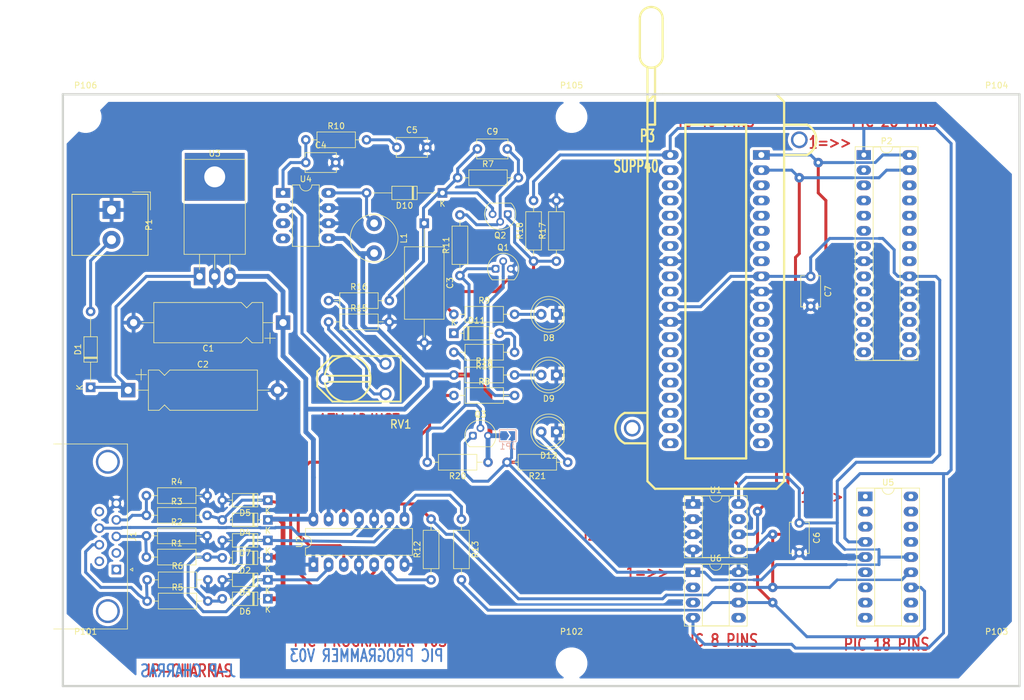
<source format=kicad_pcb>
(kicad_pcb (version 20200104) (host pcbnew "(5.99.0-774-g5eea8520b)")
  (title_block (title "SERIAL PIC PROGRAMMER"))
  (layers (0 "top_layer" signal) (31 "bottom_layer" signal) (34 "B.Paste" user) (35 "F.Paste" user) (36 "B.SilkS" user) (37 "F.SilkS" user) (38 "B.Mask" user) (39 "F.Mask" user) (44 "Edge.Cuts" user))
  (net 0 "")
  (net 1 "/PC-CLOCK-OUT")
  (net 2 "GND")
  (net 3 "Net-(C2-Pad1)")
  (net 4 "Net-(C4-Pad1)")
  (net 5 "Net-(C5-Pad1)")
  (net 6 "Net-(C9-Pad2)")
  (net 7 "Net-(D11-Pad1)")
  (net 8 "Net-(D11-Pad2)")
  (net 9 "Net-(Q1-Pad2)")
  (net 10 "Net-(Q3-Pad2)")
  (net 11 "Net-(R12-Pad1)")
  (net 12 "Net-(R13-Pad1)")
  (net 13 "Net-(R15-Pad1)")
  (net 14 "Net-(R16-Pad1)")
  (net 15 "Net-(R8-Pad1)")
  (net 16 "Net-(RV1-Pad2)")
  (net 17 "VCC")
  (net 18 "VPP")
  (net 19 "Net-(D1-Pad2)")
  (net 20 "Net-(D4-Pad2)")
  (net 21 "Net-(D8-Pad2)")
  (net 22 "Net-(D9-Pad2)")
  (net 23 "Net-(D12-Pad2)")
  (net 24 "/VPP/MCLR")
  (net 25 "/CLOCK-RB6")
  (net 26 "/DATA-RB7")
  (net 27 "Net-(D2-Pad2)")
  (net 28 "Net-(D6-Pad2)")
  (net 29 "Net-(D10-Pad2)")
  (net 30 "/VCC_PIC")
  (net 31 "/PC-DATA-IN")
  (net 32 "/PC-DATA-OUT")
  (net 33 "/VPP_ON")
  (net 34 "Net-(Q2-Pad1)")
  (module "Package_TO_SOT_THT:TO-92" (layer "top_layer") (at 142.24 97.79)
    (fp_text reference "Q3" (at 1.27 -3.56) (layer "F.SilkS"))
    (fp_text value "BC307")
    (pad "1" thru_hole roundrect (at 0 0 90) (size 1.3 1.3) (drill 0.75) (layers *.Cu *.Mask) (net 30 "/VCC_PIC"))
    (pad "3" thru_hole circle (at 2.54 0 90) (size 1.3 1.3) (drill 0.75) (layers *.Cu *.Mask) (net 17 "VCC"))
    (pad "2" thru_hole circle (at 1.27 -1.27 90) (size 1.3 1.3) (drill 0.75) (layers *.Cu *.Mask) (net 10 "Net-(Q3-Pad2)"))
  )
  (module "Package_TO_SOT_THT:TO-92" (layer "top_layer") (at 148.082 60.706 180)
    (fp_text reference "Q2" (at 1.27 -3.56) (layer "F.SilkS"))
    (fp_text value "BC307")
    (pad "1" thru_hole roundrect (at 0 0 270) (size 1.3 1.3) (drill 0.75) (layers *.Cu *.Mask) (net 34 "Net-(Q2-Pad1)"))
    (pad "3" thru_hole circle (at 2.54 0 270) (size 1.3 1.3) (drill 0.75) (layers *.Cu *.Mask) (net 18 "VPP"))
    (pad "2" thru_hole circle (at 1.27 -1.27 270) (size 1.3 1.3) (drill 0.75) (layers *.Cu *.Mask) (net 6 "Net-(C9-Pad2)"))
  )
  (module "Package_TO_SOT_THT:TO-92" (layer "top_layer") (at 146.05 69.85)
    (fp_text reference "Q1" (at 1.27 -3.56) (layer "F.SilkS"))
    (fp_text value "BC237")
    (pad "1" thru_hole roundrect (at 0 0 90) (size 1.3 1.3) (drill 0.75) (layers *.Cu *.Mask) (net 7 "Net-(D11-Pad1)"))
    (pad "3" thru_hole circle (at 2.54 0 90) (size 1.3 1.3) (drill 0.75) (layers *.Cu *.Mask) (net 2 "GND"))
    (pad "2" thru_hole circle (at 1.27 -1.27 90) (size 1.3 1.3) (drill 0.75) (layers *.Cu *.Mask) (net 9 "Net-(Q1-Pad2)"))
  )
  (module "footprints:RV2X4" (layer "top_layer") (at 127.635 90.805 180)
    (fp_text reference "RV1" (at -2.54 -5.08 180) (layer "F.SilkS") (effects (font (size 1.397 1.27) (thickness 0.2032))))
    (fp_text value "1K")
    (pad "3" thru_hole circle (at 0 5.08 180) (size 2.032 2.032) (drill 1.27) (layers *.Cu *.Mask) (net 14 "Net-(R16-Pad1)"))
    (pad "2" thru_hole circle (at 10.16 2.54 180) (size 2.032 2.032) (drill 1.27) (layers *.Cu *.Mask) (net 16 "Net-(RV1-Pad2)"))
    (pad "1" thru_hole circle (at 0 0 180) (size 2.032 2.032) (drill 1.27) (layers *.Cu *.Mask) (net 13 "Net-(R15-Pad1)"))
  )
  (module "footprints:40tex-Ell600" (layer "top_layer") (at 175.26 50.8)
    (fp_text reference "P3" (at -3.81 -3.175 180) (layer "F.SilkS") (effects (font (size 2.032 1.27) (thickness 0.3048))))
    (fp_text value "SUPP40" (at -5.715 1.905 180) (layer "F.SilkS") (effects (font (size 2.032 1.27) (thickness 0.3048))))
    (pad "HOLE" thru_hole circle (at -6.35 45.72 270) (size 2.8 2.8) (drill 2) (layers *.Cu *.Mask))
    (pad "HOLE" thru_hole circle (at 21.59 -2.54 270) (size 2.8 2.8) (drill 2) (layers *.Cu *.Mask))
    (pad "40" thru_hole rect (at 15.24 0 270) (size 1.6 2.8) (drill 1) (layers *.Cu *.Mask) (net 26 "/DATA-RB7"))
    (pad "39" thru_hole oval (at 15.24 2.54 270) (size 1.6 2.8) (drill 1) (layers *.Cu *.Mask) (net 25 "/CLOCK-RB6"))
    (pad "38" thru_hole oval (at 15.24 5.08 270) (size 1.6 2.8) (drill 1) (layers *.Cu *.Mask))
    (pad "37" thru_hole oval (at 15.24 7.62 270) (size 1.6 2.8) (drill 1) (layers *.Cu *.Mask))
    (pad "36" thru_hole oval (at 15.24 10.16 270) (size 1.6 2.8) (drill 1) (layers *.Cu *.Mask))
    (pad "35" thru_hole oval (at 15.24 12.7 270) (size 1.6 2.8) (drill 1) (layers *.Cu *.Mask))
    (pad "34" thru_hole oval (at 15.24 15.24 270) (size 1.6 2.8) (drill 1) (layers *.Cu *.Mask))
    (pad "33" thru_hole oval (at 15.24 17.78 270) (size 1.6 2.8) (drill 1) (layers *.Cu *.Mask))
    (pad "32" thru_hole oval (at 15.24 20.32 270) (size 1.6 2.8) (drill 1) (layers *.Cu *.Mask) (net 30 "/VCC_PIC"))
    (pad "31" thru_hole oval (at 15.24 22.86 270) (size 1.6 2.8) (drill 1) (layers *.Cu *.Mask) (net 2 "GND"))
    (pad "30" thru_hole oval (at 15.24 25.4 270) (size 1.6 2.8) (drill 1) (layers *.Cu *.Mask))
    (pad "29" thru_hole oval (at 15.24 27.94 270) (size 1.6 2.8) (drill 1) (layers *.Cu *.Mask))
    (pad "28" thru_hole oval (at 15.24 30.48 270) (size 1.6 2.8) (drill 1) (layers *.Cu *.Mask))
    (pad "27" thru_hole oval (at 15.24 33.02 270) (size 1.6 2.8) (drill 1) (layers *.Cu *.Mask))
    (pad "26" thru_hole oval (at 15.24 35.56 270) (size 1.6 2.8) (drill 1) (layers *.Cu *.Mask))
    (pad "25" thru_hole oval (at 15.24 38.1 270) (size 1.6 2.8) (drill 1) (layers *.Cu *.Mask))
    (pad "24" thru_hole oval (at 15.24 40.64 270) (size 1.6 2.8) (drill 1) (layers *.Cu *.Mask))
    (pad "23" thru_hole oval (at 15.24 43.18 270) (size 1.6 2.8) (drill 1) (layers *.Cu *.Mask))
    (pad "22" thru_hole oval (at 15.24 45.72 270) (size 1.6 2.8) (drill 1) (layers *.Cu *.Mask))
    (pad "21" thru_hole oval (at 15.24 48.26 270) (size 1.6 2.8) (drill 1) (layers *.Cu *.Mask))
    (pad "20" thru_hole oval (at 0 48.26 270) (size 1.6 2.8) (drill 1) (layers *.Cu *.Mask))
    (pad "19" thru_hole oval (at 0 45.72 270) (size 1.6 2.8) (drill 1) (layers *.Cu *.Mask))
    (pad "18" thru_hole oval (at 0 43.18 270) (size 1.6 2.8) (drill 1) (layers *.Cu *.Mask))
    (pad "17" thru_hole oval (at 0 40.64 270) (size 1.6 2.8) (drill 1) (layers *.Cu *.Mask))
    (pad "16" thru_hole oval (at 0 38.1 270) (size 1.6 2.8) (drill 1) (layers *.Cu *.Mask))
    (pad "15" thru_hole oval (at 0 35.56 270) (size 1.6 2.8) (drill 1) (layers *.Cu *.Mask))
    (pad "14" thru_hole oval (at 0 33.02 270) (size 1.6 2.8) (drill 1) (layers *.Cu *.Mask))
    (pad "13" thru_hole oval (at 0 30.48 270) (size 1.6 2.8) (drill 1) (layers *.Cu *.Mask))
    (pad "12" thru_hole oval (at 0 27.94 270) (size 1.6 2.8) (drill 1) (layers *.Cu *.Mask) (net 2 "GND"))
    (pad "11" thru_hole oval (at 0 25.4 270) (size 1.6 2.8) (drill 1) (layers *.Cu *.Mask) (net 30 "/VCC_PIC"))
    (pad "10" thru_hole oval (at 0 22.86 270) (size 1.6 2.8) (drill 1) (layers *.Cu *.Mask))
    (pad "9" thru_hole oval (at 0 20.32 270) (size 1.6 2.8) (drill 1) (layers *.Cu *.Mask))
    (pad "8" thru_hole oval (at 0 17.78 270) (size 1.6 2.8) (drill 1) (layers *.Cu *.Mask) (net 2 "GND"))
    (pad "7" thru_hole oval (at 0 15.24 270) (size 1.6 2.8) (drill 1) (layers *.Cu *.Mask))
    (pad "6" thru_hole oval (at 0 12.7 270) (size 1.6 2.8) (drill 1) (layers *.Cu *.Mask))
    (pad "5" thru_hole oval (at 0 10.16 270) (size 1.6 2.8) (drill 1) (layers *.Cu *.Mask))
    (pad "4" thru_hole oval (at 0 7.62 270) (size 1.6 2.8) (drill 1) (layers *.Cu *.Mask))
    (pad "3" thru_hole oval (at 0 5.08 270) (size 1.6 2.8) (drill 1) (layers *.Cu *.Mask))
    (pad "2" thru_hole oval (at 0 2.54 270) (size 1.6 2.8) (drill 1) (layers *.Cu *.Mask))
    (pad "1" thru_hole oval (at 0 0 270) (size 1.6 2.8) (drill 1) (layers *.Cu *.Mask) (net 24 "/VPP/MCLR"))
  )
  (module "TerminalBlock_Altech:Altech_AK300_1x02_P5.00mm_45-Degree" (layer "top_layer") (at 81.8 60 -90)
    (fp_text reference "P1" (at 2.5 -6.26 -90) (layer "F.SilkS"))
    (fp_text value "CONN_2")
    (pad "2" thru_hole circle (at 5 0 270) (size 3 3) (drill 1.5) (layers *.Cu *.Mask) (net 19 "Net-(D1-Pad2)"))
    (pad "1" thru_hole rect (at 0 0 270) (size 3 3) (drill 1.5) (layers *.Cu *.Mask) (net 2 "GND"))
  )
  (module "MountingHole:MountingHole_4.3mm_M4" (layer "top_layer") (at 229.87 44.45)
    (fp_text reference "P104" (at 0 -5.3) (layer "F.SilkS"))
    (fp_text value "CONN_1")
    (pad "" np_thru_hole circle (at 0 0) (size 4.3 4.3) (drill 4.3) (layers *.Cu *.Mask))
  )
  (module "MountingHole:MountingHole_4.3mm_M4" (layer "top_layer") (at 77.47 135.89)
    (fp_text reference "P101" (at 0 -5.3) (layer "F.SilkS"))
    (fp_text value "CONN_1")
    (pad "" np_thru_hole circle (at 0 0) (size 4.3 4.3) (drill 4.3) (layers *.Cu *.Mask))
  )
  (module "MountingHole:MountingHole_4.3mm_M4" (layer "top_layer") (at 158.75 135.89)
    (fp_text reference "P102" (at 0 -5.3) (layer "F.SilkS"))
    (fp_text value "CONN_1")
    (pad "" np_thru_hole circle (at 0 0) (size 4.3 4.3) (drill 4.3) (layers *.Cu *.Mask))
  )
  (module "MountingHole:MountingHole_4.3mm_M4" (layer "top_layer") (at 229.87 135.89)
    (fp_text reference "P103" (at 0 -5.3) (layer "F.SilkS"))
    (fp_text value "CONN_1")
    (pad "" np_thru_hole circle (at 0 0) (size 4.3 4.3) (drill 4.3) (layers *.Cu *.Mask))
  )
  (module "MountingHole:MountingHole_4.3mm_M4" (layer "top_layer") (at 158.75 44.45)
    (fp_text reference "P105" (at 0 -5.3) (layer "F.SilkS"))
    (fp_text value "CONN_1")
    (pad "" np_thru_hole circle (at 0 0) (size 4.3 4.3) (drill 4.3) (layers *.Cu *.Mask))
  )
  (module "MountingHole:MountingHole_4.3mm_M4" (layer "top_layer") (at 77.47 44.45)
    (fp_text reference "P106" (at 0 -5.3) (layer "F.SilkS"))
    (fp_text value "CONN_1")
    (pad "" np_thru_hole circle (at 0 0) (size 4.3 4.3) (drill 4.3) (layers *.Cu *.Mask))
  )
  (module "Jumper:SolderJumper-2_P1.3mm_Open_TrianglePad1.0x1.5mm" (layer "bottom_layer") (at 148.082 97.79)
    (fp_text reference "JP1" (at 0 1.8) (layer "B.SilkS") (effects (justify mirror)))
    (fp_text value "JUMPER")
    (pad "1" smd custom (at -0.725 0) (size 0.3 0.3) (layers "bottom_layer" "B.Mask") (net 17 "VCC") (options (clearance outline) (anchor rect)) (primitives (gr_poly (pts (xy -0.5 0.75) (xy 0.5 0.75) (xy 1 0) (xy 0.5 -0.75) (xy -0.5 -0.75)) (width 0))))
    (pad "2" smd custom (at 0.725 0) (size 0.3 0.3) (layers "bottom_layer" "B.Mask") (net 30 "/VCC_PIC") (options (clearance outline) (anchor rect)) (primitives (gr_poly (pts (xy -0.65 0.75) (xy 0.5 0.75) (xy 0.5 -0.75) (xy -0.65 -0.75) (xy -0.15 0)) (width 0))))
  )
  (module "Package_TO_SOT_THT:TO-220-3_Horizontal_TabDown" (layer "top_layer") (at 96.52 71.12)
    (fp_text reference "U3" (at 2.54 -20.58) (layer "F.SilkS"))
    (fp_text value "7805")
    (pad "3" thru_hole oval (at 5.08 0) (size 1.905 3) (drill 1.1) (layers *.Cu *.Mask) (net 17 "VCC"))
    (pad "2" thru_hole oval (at 2.54 0) (size 1.905 3) (drill 1.1) (layers *.Cu *.Mask) (net 2 "GND"))
    (pad "1" thru_hole rect (at 0 0) (size 1.905 3) (drill 1.1) (layers *.Cu *.Mask) (net 3 "Net-(C2-Pad1)"))
    (pad "" thru_hole rect (at 2.54 -16.66) (size 10 8) (drill 3.5) (layers *.Cu *.Mask))
  )
  (module "Inductor_THT:L_Radial_D7.8mm_P5.00mm_Fastron_07HCP" (layer "top_layer") (at 125.73 62.23 -90)
    (fp_text reference "L1" (at 2.5 -4.96 -90) (layer "F.SilkS"))
    (fp_text value "22uH")
    (pad "2" thru_hole circle (at 5 0 270) (size 2.6 2.6) (drill 1.3) (layers *.Cu *.Mask) (net 17 "VCC"))
    (pad "1" thru_hole circle (at 0 0 270) (size 2.6 2.6) (drill 1.3) (layers *.Cu *.Mask) (net 29 "Net-(D10-Pad2)"))
  )
  (module "LED_THT:LED_D5.0mm" (layer "top_layer") (at 156.21 97.155 180)
    (fp_text reference "D12" (at 1.27 -3.96 180) (layer "F.SilkS"))
    (fp_text value "YELLOW-LED")
    (pad "2" thru_hole circle (at 2.54 0 180) (size 1.8 1.8) (drill 0.9) (layers *.Cu *.Mask) (net 23 "Net-(D12-Pad2)"))
    (pad "1" thru_hole rect (at 0 0 180) (size 1.8 1.8) (drill 0.9) (layers *.Cu *.Mask) (net 2 "GND"))
  )
  (module "LED_THT:LED_D5.0mm" (layer "top_layer") (at 156.21 87.63 180)
    (fp_text reference "D9" (at 1.27 -3.96 180) (layer "F.SilkS"))
    (fp_text value "GREEN-LED")
    (pad "2" thru_hole circle (at 2.54 0 180) (size 1.8 1.8) (drill 0.9) (layers *.Cu *.Mask) (net 22 "Net-(D9-Pad2)"))
    (pad "1" thru_hole rect (at 0 0 180) (size 1.8 1.8) (drill 0.9) (layers *.Cu *.Mask) (net 2 "GND"))
  )
  (module "LED_THT:LED_D5.0mm" (layer "top_layer") (at 156.21 77.47 180)
    (fp_text reference "D8" (at 1.27 -3.96 180) (layer "F.SilkS"))
    (fp_text value "RED-LED")
    (pad "2" thru_hole circle (at 2.54 0 180) (size 1.8 1.8) (drill 0.9) (layers *.Cu *.Mask) (net 21 "Net-(D8-Pad2)"))
    (pad "1" thru_hole rect (at 0 0 180) (size 1.8 1.8) (drill 0.9) (layers *.Cu *.Mask) (net 2 "GND"))
  )
  (module "Capacitor_THT:CP_Axial_L18.0mm_D6.5mm_P25.00mm_Horizontal" (layer "top_layer") (at 84.582 90.17)
    (fp_text reference "C2" (at 12.5 -4.31) (layer "F.SilkS"))
    (fp_text value "220uF")
    (pad "2" thru_hole oval (at 25 0) (size 2.4 2.4) (drill 1.2) (layers *.Cu *.Mask) (net 2 "GND"))
    (pad "1" thru_hole rect (at 0 0) (size 2.4 2.4) (drill 1.2) (layers *.Cu *.Mask) (net 3 "Net-(C2-Pad1)"))
  )
  (module "Capacitor_THT:CP_Axial_L18.0mm_D6.5mm_P25.00mm_Horizontal" (layer "top_layer") (at 110.49 78.867 180)
    (fp_text reference "C1" (at 12.5 -4.31 180) (layer "F.SilkS"))
    (fp_text value "100µF")
    (pad "2" thru_hole oval (at 25 0 180) (size 2.4 2.4) (drill 1.2) (layers *.Cu *.Mask) (net 2 "GND"))
    (pad "1" thru_hole rect (at 0 0 180) (size 2.4 2.4) (drill 1.2) (layers *.Cu *.Mask) (net 17 "VCC"))
  )
  (module "Resistor_THT:R_Axial_DIN0207_L6.3mm_D2.5mm_P10.16mm_Horizontal" (layer "top_layer") (at 135.255 121.92 90)
    (fp_text reference "R12" (at 5.08 -2.31 90) (layer "F.SilkS"))
    (fp_text value "470")
    (pad "2" thru_hole oval (at 10.16 0 90) (size 1.6 1.6) (drill 0.8) (layers *.Cu *.Mask) (net 26 "/DATA-RB7"))
    (pad "1" thru_hole circle (at 0 0 90) (size 1.6 1.6) (drill 0.8) (layers *.Cu *.Mask) (net 11 "Net-(R12-Pad1)"))
  )
  (module "Resistor_THT:R_Axial_DIN0207_L6.3mm_D2.5mm_P10.16mm_Horizontal" (layer "top_layer") (at 139.065 91.059)
    (fp_text reference "R8" (at 5.08 -2.31) (layer "F.SilkS"))
    (fp_text value "1K")
    (pad "2" thru_hole oval (at 10.16 0) (size 1.6 1.6) (drill 0.8) (layers *.Cu *.Mask) (net 9 "Net-(Q1-Pad2)"))
    (pad "1" thru_hole circle (at 0 0) (size 1.6 1.6) (drill 0.8) (layers *.Cu *.Mask) (net 15 "Net-(R8-Pad1)"))
  )
  (module "Resistor_THT:R_Axial_DIN0207_L6.3mm_D2.5mm_P10.16mm_Horizontal" (layer "top_layer") (at 140.335 111.76 -90)
    (fp_text reference "R13" (at 5.08 -2.31 -90) (layer "F.SilkS"))
    (fp_text value "470")
    (pad "2" thru_hole oval (at 10.16 0 270) (size 1.6 1.6) (drill 0.8) (layers *.Cu *.Mask) (net 25 "/CLOCK-RB6"))
    (pad "1" thru_hole circle (at 0 0 270) (size 1.6 1.6) (drill 0.8) (layers *.Cu *.Mask) (net 12 "Net-(R13-Pad1)"))
  )
  (module "Resistor_THT:R_Axial_DIN0207_L6.3mm_D2.5mm_P10.16mm_Horizontal" (layer "top_layer") (at 139.065 87.63)
    (fp_text reference "R14" (at 5.08 -2.31) (layer "F.SilkS"))
    (fp_text value "470")
    (pad "2" thru_hole oval (at 10.16 0) (size 1.6 1.6) (drill 0.8) (layers *.Cu *.Mask) (net 22 "Net-(D9-Pad2)"))
    (pad "1" thru_hole circle (at 0 0) (size 1.6 1.6) (drill 0.8) (layers *.Cu *.Mask) (net 17 "VCC"))
  )
  (module "Resistor_THT:R_Axial_DIN0207_L6.3mm_D2.5mm_P10.16mm_Horizontal" (layer "top_layer") (at 118.11 78.74)
    (fp_text reference "R15" (at 5.08 -2.31) (layer "F.SilkS"))
    (fp_text value "6.2K")
    (pad "2" thru_hole oval (at 10.16 0) (size 1.6 1.6) (drill 0.8) (layers *.Cu *.Mask) (net 2 "GND"))
    (pad "1" thru_hole circle (at 0 0) (size 1.6 1.6) (drill 0.8) (layers *.Cu *.Mask) (net 13 "Net-(R15-Pad1)"))
  )
  (module "Resistor_THT:R_Axial_DIN0207_L6.3mm_D2.5mm_P10.16mm_Horizontal" (layer "top_layer") (at 118.11 75.184)
    (fp_text reference "R16" (at 5.08 -2.31) (layer "F.SilkS"))
    (fp_text value "62K")
    (pad "2" thru_hole oval (at 10.16 0) (size 1.6 1.6) (drill 0.8) (layers *.Cu *.Mask) (net 18 "VPP"))
    (pad "1" thru_hole circle (at 0 0) (size 1.6 1.6) (drill 0.8) (layers *.Cu *.Mask) (net 14 "Net-(R16-Pad1)"))
  )
  (module "Resistor_THT:R_Axial_DIN0207_L6.3mm_D2.5mm_P10.16mm_Horizontal" (layer "top_layer") (at 156.21 68.58 90)
    (fp_text reference "R17" (at 5.08 -2.31 90) (layer "F.SilkS"))
    (fp_text value "22K")
    (pad "2" thru_hole oval (at 10.16 0 90) (size 1.6 1.6) (drill 0.8) (layers *.Cu *.Mask) (net 2 "GND"))
    (pad "1" thru_hole circle (at 0 0 90) (size 1.6 1.6) (drill 0.8) (layers *.Cu *.Mask) (net 34 "Net-(Q2-Pad1)"))
  )
  (module "Resistor_THT:R_Axial_DIN0207_L6.3mm_D2.5mm_P10.16mm_Horizontal" (layer "top_layer") (at 149.225 83.82 180)
    (fp_text reference "R19" (at 5.08 -2.31 180) (layer "F.SilkS"))
    (fp_text value "2.2K")
    (pad "2" thru_hole oval (at 10.16 0 180) (size 1.6 1.6) (drill 0.8) (layers *.Cu *.Mask) (net 10 "Net-(Q3-Pad2)"))
    (pad "1" thru_hole circle (at 0 0 180) (size 1.6 1.6) (drill 0.8) (layers *.Cu *.Mask) (net 8 "Net-(D11-Pad2)"))
  )
  (module "Resistor_THT:R_Axial_DIN0207_L6.3mm_D2.5mm_P10.16mm_Horizontal" (layer "top_layer") (at 144.78 102.235 180)
    (fp_text reference "R20" (at 5.08 -2.31 180) (layer "F.SilkS"))
    (fp_text value "2.2K")
    (pad "2" thru_hole oval (at 10.16 0 180) (size 1.6 1.6) (drill 0.8) (layers *.Cu *.Mask) (net 10 "Net-(Q3-Pad2)"))
    (pad "1" thru_hole circle (at 0 0 180) (size 1.6 1.6) (drill 0.8) (layers *.Cu *.Mask) (net 17 "VCC"))
  )
  (module "Resistor_THT:R_Axial_DIN0207_L6.3mm_D2.5mm_P10.16mm_Horizontal" (layer "top_layer") (at 158.115 102.235 180)
    (fp_text reference "R21" (at 5.08 -2.31 180) (layer "F.SilkS"))
    (fp_text value "470")
    (pad "2" thru_hole oval (at 10.16 0 180) (size 1.6 1.6) (drill 0.8) (layers *.Cu *.Mask) (net 30 "/VCC_PIC"))
    (pad "1" thru_hole circle (at 0 0 180) (size 1.6 1.6) (drill 0.8) (layers *.Cu *.Mask) (net 23 "Net-(D12-Pad2)"))
  )
  (module "Resistor_THT:R_Axial_DIN0207_L6.3mm_D2.5mm_P10.16mm_Horizontal" (layer "top_layer") (at 87.757 121.92)
    (fp_text reference "R6" (at 5.08 -2.31) (layer "F.SilkS"))
    (fp_text value "10K")
    (pad "2" thru_hole oval (at 10.16 0) (size 1.6 1.6) (drill 0.8) (layers *.Cu *.Mask) (net 2 "GND"))
    (pad "1" thru_hole circle (at 0 0) (size 1.6 1.6) (drill 0.8) (layers *.Cu *.Mask) (net 1 "/PC-CLOCK-OUT"))
  )
  (module "Resistor_THT:R_Axial_DIN0207_L6.3mm_D2.5mm_P10.16mm_Horizontal" (layer "top_layer") (at 139.7 54.61)
    (fp_text reference "R7" (at 5.08 -2.31) (layer "F.SilkS"))
    (fp_text value "10K")
    (pad "2" thru_hole oval (at 10.16 0) (size 1.6 1.6) (drill 0.8) (layers *.Cu *.Mask) (net 6 "Net-(C9-Pad2)"))
    (pad "1" thru_hole circle (at 0 0) (size 1.6 1.6) (drill 0.8) (layers *.Cu *.Mask) (net 18 "VPP"))
  )
  (module "Resistor_THT:R_Axial_DIN0207_L6.3mm_D2.5mm_P10.16mm_Horizontal" (layer "top_layer") (at 87.757 125.476)
    (fp_text reference "R5" (at 5.08 -2.31) (layer "F.SilkS"))
    (fp_text value "10K")
    (pad "2" thru_hole oval (at 10.16 0) (size 1.6 1.6) (drill 0.8) (layers *.Cu *.Mask) (net 28 "Net-(D6-Pad2)"))
    (pad "1" thru_hole circle (at 0 0) (size 1.6 1.6) (drill 0.8) (layers *.Cu *.Mask) (net 1 "/PC-CLOCK-OUT"))
  )
  (module "Resistor_THT:R_Axial_DIN0207_L6.3mm_D2.5mm_P10.16mm_Horizontal" (layer "top_layer") (at 87.63 107.823)
    (fp_text reference "R4" (at 5.08 -2.31) (layer "F.SilkS"))
    (fp_text value "10K")
    (pad "2" thru_hole oval (at 10.16 0) (size 1.6 1.6) (drill 0.8) (layers *.Cu *.Mask) (net 2 "GND"))
    (pad "1" thru_hole circle (at 0 0) (size 1.6 1.6) (drill 0.8) (layers *.Cu *.Mask) (net 32 "/PC-DATA-OUT"))
  )
  (module "Resistor_THT:R_Axial_DIN0207_L6.3mm_D2.5mm_P10.16mm_Horizontal" (layer "top_layer") (at 87.63 111.125)
    (fp_text reference "R3" (at 5.08 -2.31) (layer "F.SilkS"))
    (fp_text value "10K")
    (pad "2" thru_hole oval (at 10.16 0) (size 1.6 1.6) (drill 0.8) (layers *.Cu *.Mask) (net 20 "Net-(D4-Pad2)"))
    (pad "1" thru_hole circle (at 0 0) (size 1.6 1.6) (drill 0.8) (layers *.Cu *.Mask) (net 32 "/PC-DATA-OUT"))
  )
  (module "Resistor_THT:R_Axial_DIN0207_L6.3mm_D2.5mm_P10.16mm_Horizontal" (layer "top_layer") (at 87.63 114.554)
    (fp_text reference "R2" (at 5.08 -2.31) (layer "F.SilkS"))
    (fp_text value "10K")
    (pad "2" thru_hole oval (at 10.16 0) (size 1.6 1.6) (drill 0.8) (layers *.Cu *.Mask) (net 2 "GND"))
    (pad "1" thru_hole circle (at 0 0) (size 1.6 1.6) (drill 0.8) (layers *.Cu *.Mask) (net 33 "/VPP_ON"))
  )
  (module "Resistor_THT:R_Axial_DIN0207_L6.3mm_D2.5mm_P10.16mm_Horizontal" (layer "top_layer") (at 87.63 118.11)
    (fp_text reference "R1" (at 5.08 -2.31) (layer "F.SilkS"))
    (fp_text value "10K")
    (pad "2" thru_hole oval (at 10.16 0) (size 1.6 1.6) (drill 0.8) (layers *.Cu *.Mask) (net 27 "Net-(D2-Pad2)"))
    (pad "1" thru_hole circle (at 0 0) (size 1.6 1.6) (drill 0.8) (layers *.Cu *.Mask) (net 33 "/VPP_ON"))
  )
  (module "Resistor_THT:R_Axial_DIN0207_L6.3mm_D2.5mm_P10.16mm_Horizontal" (layer "top_layer") (at 139.065 77.47)
    (fp_text reference "R9" (at 5.08 -2.31) (layer "F.SilkS"))
    (fp_text value "2.2K")
    (pad "2" thru_hole oval (at 10.16 0) (size 1.6 1.6) (drill 0.8) (layers *.Cu *.Mask) (net 21 "Net-(D8-Pad2)"))
    (pad "1" thru_hole circle (at 0 0) (size 1.6 1.6) (drill 0.8) (layers *.Cu *.Mask) (net 34 "Net-(Q2-Pad1)"))
  )
  (module "Resistor_THT:R_Axial_DIN0207_L6.3mm_D2.5mm_P10.16mm_Horizontal" (layer "top_layer") (at 114.3 48.26)
    (fp_text reference "R10" (at 5.08 -2.31) (layer "F.SilkS"))
    (fp_text value "5,1K")
    (pad "2" thru_hole oval (at 10.16 0) (size 1.6 1.6) (drill 0.8) (layers *.Cu *.Mask) (net 5 "Net-(C5-Pad1)"))
    (pad "1" thru_hole circle (at 0 0) (size 1.6 1.6) (drill 0.8) (layers *.Cu *.Mask) (net 4 "Net-(C4-Pad1)"))
  )
  (module "Resistor_THT:R_Axial_DIN0207_L6.3mm_D2.5mm_P10.16mm_Horizontal" (layer "top_layer") (at 152.4 68.58 90)
    (fp_text reference "R18" (at 5.08 -2.31 90) (layer "F.SilkS"))
    (fp_text value "220")
    (pad "2" thru_hole oval (at 10.16 0 90) (size 1.6 1.6) (drill 0.8) (layers *.Cu *.Mask) (net 24 "/VPP/MCLR"))
    (pad "1" thru_hole circle (at 0 0 90) (size 1.6 1.6) (drill 0.8) (layers *.Cu *.Mask) (net 34 "Net-(Q2-Pad1)"))
  )
  (module "Resistor_THT:R_Axial_DIN0207_L6.3mm_D2.5mm_P10.16mm_Horizontal" (layer "top_layer") (at 140.081 70.993 90)
    (fp_text reference "R11" (at 5.08 -2.31 90) (layer "F.SilkS"))
    (fp_text value "22K")
    (pad "2" thru_hole oval (at 10.16 0 90) (size 1.6 1.6) (drill 0.8) (layers *.Cu *.Mask) (net 6 "Net-(C9-Pad2)"))
    (pad "1" thru_hole circle (at 0 0 90) (size 1.6 1.6) (drill 0.8) (layers *.Cu *.Mask) (net 7 "Net-(D11-Pad1)"))
  )
  (module "Diode_THT:D_DO-35_SOD27_P12.70mm_Horizontal" (layer "top_layer") (at 137.16 57.15 180)
    (fp_text reference "D10" (at 6.35 -2.12 180) (layer "F.SilkS"))
    (fp_text value "SCHOTTKY")
    (fp_text user "K" (at 0 -1.8 180) (layer "F.SilkS"))
    (pad "2" thru_hole oval (at 12.7 0 180) (size 1.6 1.6) (drill 0.8) (layers *.Cu *.Mask) (net 29 "Net-(D10-Pad2)"))
    (pad "1" thru_hole rect (at 0 0 180) (size 1.6 1.6) (drill 0.8) (layers *.Cu *.Mask) (net 18 "VPP"))
  )
  (module "Diode_THT:D_DO-35_SOD27_P12.70mm_Horizontal" (layer "top_layer") (at 78.3 89.7 90)
    (fp_text reference "D1" (at 6.35 -2.12 90) (layer "F.SilkS"))
    (fp_text value "1N4004")
    (fp_text user "K" (at 0 -1.8 90) (layer "F.SilkS"))
    (pad "2" thru_hole oval (at 12.7 0 90) (size 1.6 1.6) (drill 0.8) (layers *.Cu *.Mask) (net 19 "Net-(D1-Pad2)"))
    (pad "1" thru_hole rect (at 0 0 90) (size 1.6 1.6) (drill 0.8) (layers *.Cu *.Mask) (net 3 "Net-(C2-Pad1)"))
  )
  (module "Capacitor_THT:C_Disc_D5.1mm_W3.2mm_P5.00mm" (layer "top_layer") (at 143.002 49.784)
    (fp_text reference "C9" (at 2.5 -2.91) (layer "F.SilkS"))
    (fp_text value "220nF")
    (pad "2" thru_hole circle (at 5 0) (size 1.6 1.6) (drill 0.8) (layers *.Cu *.Mask) (net 6 "Net-(C9-Pad2)"))
    (pad "1" thru_hole circle (at 0 0) (size 1.6 1.6) (drill 0.8) (layers *.Cu *.Mask) (net 18 "VPP"))
  )
  (module "Capacitor_THT:C_Disc_D5.1mm_W3.2mm_P5.00mm" (layer "top_layer") (at 198.755 71.12 -90)
    (fp_text reference "C7" (at 2.5 -2.91 -90) (layer "F.SilkS"))
    (fp_text value "100nF")
    (pad "2" thru_hole circle (at 5 0 270) (size 1.6 1.6) (drill 0.8) (layers *.Cu *.Mask) (net 2 "GND"))
    (pad "1" thru_hole circle (at 0 0 270) (size 1.6 1.6) (drill 0.8) (layers *.Cu *.Mask) (net 30 "/VCC_PIC"))
  )
  (module "Capacitor_THT:C_Disc_D5.1mm_W3.2mm_P5.00mm" (layer "top_layer") (at 196.85 112.395 -90)
    (fp_text reference "C6" (at 2.5 -2.91 -90) (layer "F.SilkS"))
    (fp_text value "100nF")
    (pad "2" thru_hole circle (at 5 0 270) (size 1.6 1.6) (drill 0.8) (layers *.Cu *.Mask) (net 2 "GND"))
    (pad "1" thru_hole circle (at 0 0 270) (size 1.6 1.6) (drill 0.8) (layers *.Cu *.Mask) (net 30 "/VCC_PIC"))
  )
  (module "Capacitor_THT:C_Disc_D5.1mm_W3.2mm_P5.00mm" (layer "top_layer") (at 129.54 49.53)
    (fp_text reference "C5" (at 2.5 -2.91) (layer "F.SilkS"))
    (fp_text value "10nF")
    (pad "2" thru_hole circle (at 5 0) (size 1.6 1.6) (drill 0.8) (layers *.Cu *.Mask) (net 2 "GND"))
    (pad "1" thru_hole circle (at 0 0) (size 1.6 1.6) (drill 0.8) (layers *.Cu *.Mask) (net 5 "Net-(C5-Pad1)"))
  )
  (module "Capacitor_THT:C_Disc_D5.1mm_W3.2mm_P5.00mm" (layer "top_layer") (at 114.3 52.07)
    (fp_text reference "C4" (at 2.5 -2.91) (layer "F.SilkS"))
    (fp_text value "0")
    (pad "2" thru_hole circle (at 5 0) (size 1.6 1.6) (drill 0.8) (layers *.Cu *.Mask) (net 2 "GND"))
    (pad "1" thru_hole circle (at 0 0) (size 1.6 1.6) (drill 0.8) (layers *.Cu *.Mask) (net 4 "Net-(C4-Pad1)"))
  )
  (module "Connector_Dsub:DSUB-9_Female_Horizontal_P2.77x2.84mm_EdgePinOffset7.70mm_Housed_MountingHolesOffset9.12mm" (layer "top_layer") (at 82.6 120.2 -90)
    (fp_text reference "J1" (at -5.54 -2.8 -90) (layer "F.SilkS"))
    (fp_text value "DB9-FEMAL")
    (pad "0" thru_hole circle (at 6.96 1.42 270) (size 4 4) (drill 3.2) (layers *.Cu *.Mask))
    (pad "0" thru_hole circle (at -18.04 1.42 270) (size 4 4) (drill 3.2) (layers *.Cu *.Mask))
    (pad "9" thru_hole circle (at -9.695 2.84 270) (size 1.6 1.6) (drill 1) (layers *.Cu *.Mask))
    (pad "8" thru_hole circle (at -6.925 2.84 270) (size 1.6 1.6) (drill 1) (layers *.Cu *.Mask) (net 31 "/PC-DATA-IN"))
    (pad "7" thru_hole circle (at -4.155 2.84 270) (size 1.6 1.6) (drill 1) (layers *.Cu *.Mask) (net 1 "/PC-CLOCK-OUT"))
    (pad "6" thru_hole circle (at -1.385 2.84 270) (size 1.6 1.6) (drill 1) (layers *.Cu *.Mask))
    (pad "5" thru_hole circle (at -11.08 0 270) (size 1.6 1.6) (drill 1) (layers *.Cu *.Mask) (net 2 "GND"))
    (pad "4" thru_hole circle (at -8.31 0 270) (size 1.6 1.6) (drill 1) (layers *.Cu *.Mask) (net 32 "/PC-DATA-OUT"))
    (pad "3" thru_hole circle (at -5.54 0 270) (size 1.6 1.6) (drill 1) (layers *.Cu *.Mask) (net 33 "/VPP_ON"))
    (pad "2" thru_hole circle (at -2.77 0 270) (size 1.6 1.6) (drill 1) (layers *.Cu *.Mask))
    (pad "1" thru_hole rect (at 0 0 270) (size 1.6 1.6) (drill 1) (layers *.Cu *.Mask))
  )
  (module "Diode_THT:D_DO-35_SOD27_P7.62mm_Horizontal" (layer "top_layer") (at 107.95 125.095 180)
    (fp_text reference "D6" (at 3.81 -2.12 180) (layer "F.SilkS"))
    (fp_text value "BAT43")
    (fp_text user "K" (at 0 -1.8 180) (layer "F.SilkS"))
    (pad "2" thru_hole oval (at 7.62 0 180) (size 1.6 1.6) (drill 0.8) (layers *.Cu *.Mask) (net 28 "Net-(D6-Pad2)"))
    (pad "1" thru_hole rect (at 0 0 180) (size 1.6 1.6) (drill 0.8) (layers *.Cu *.Mask) (net 17 "VCC"))
  )
  (module "Diode_THT:D_DO-35_SOD27_P7.62mm_Horizontal" (layer "top_layer") (at 107.95 115.316 180)
    (fp_text reference "D7" (at 3.81 -2.12 180) (layer "F.SilkS"))
    (fp_text value "BAT43")
    (fp_text user "K" (at 0 -1.8 180) (layer "F.SilkS"))
    (pad "2" thru_hole oval (at 7.62 0 180) (size 1.6 1.6) (drill 0.8) (layers *.Cu *.Mask) (net 2 "GND"))
    (pad "1" thru_hole rect (at 0 0 180) (size 1.6 1.6) (drill 0.8) (layers *.Cu *.Mask) (net 28 "Net-(D6-Pad2)"))
  )
  (module "Diode_THT:D_DO-35_SOD27_P7.62mm_Horizontal" (layer "top_layer") (at 139.065 80.645)
    (fp_text reference "D11" (at 3.81 -2.12) (layer "F.SilkS"))
    (fp_text value "BAT43")
    (fp_text user "K" (at 0 -1.8) (layer "F.SilkS"))
    (pad "2" thru_hole oval (at 7.62 0) (size 1.6 1.6) (drill 0.8) (layers *.Cu *.Mask) (net 8 "Net-(D11-Pad2)"))
    (pad "1" thru_hole rect (at 0 0) (size 1.6 1.6) (drill 0.8) (layers *.Cu *.Mask) (net 7 "Net-(D11-Pad1)"))
  )
  (module "Diode_THT:D_DO-35_SOD27_P7.62mm_Horizontal" (layer "top_layer") (at 107.95 108.585 180)
    (fp_text reference "D5" (at 3.81 -2.12 180) (layer "F.SilkS"))
    (fp_text value "BAT43")
    (fp_text user "K" (at 0 -1.8 180) (layer "F.SilkS"))
    (pad "2" thru_hole oval (at 7.62 0 180) (size 1.6 1.6) (drill 0.8) (layers *.Cu *.Mask) (net 2 "GND"))
    (pad "1" thru_hole rect (at 0 0 180) (size 1.6 1.6) (drill 0.8) (layers *.Cu *.Mask) (net 20 "Net-(D4-Pad2)"))
  )
  (module "Diode_THT:D_DO-35_SOD27_P7.62mm_Horizontal" (layer "top_layer") (at 107.95 111.887 180)
    (fp_text reference "D4" (at 3.81 -2.12 180) (layer "F.SilkS"))
    (fp_text value "BAT43")
    (fp_text user "K" (at 0 -1.8 180) (layer "F.SilkS"))
    (pad "2" thru_hole oval (at 7.62 0 180) (size 1.6 1.6) (drill 0.8) (layers *.Cu *.Mask) (net 20 "Net-(D4-Pad2)"))
    (pad "1" thru_hole rect (at 0 0 180) (size 1.6 1.6) (drill 0.8) (layers *.Cu *.Mask) (net 17 "VCC"))
  )
  (module "Diode_THT:D_DO-35_SOD27_P7.62mm_Horizontal" (layer "top_layer") (at 107.95 121.92 180)
    (fp_text reference "D3" (at 3.81 -2.12 180) (layer "F.SilkS"))
    (fp_text value "BAT43")
    (fp_text user "K" (at 0 -1.8 180) (layer "F.SilkS"))
    (pad "2" thru_hole oval (at 7.62 0 180) (size 1.6 1.6) (drill 0.8) (layers *.Cu *.Mask) (net 2 "GND"))
    (pad "1" thru_hole rect (at 0 0 180) (size 1.6 1.6) (drill 0.8) (layers *.Cu *.Mask) (net 27 "Net-(D2-Pad2)"))
  )
  (module "Diode_THT:D_DO-35_SOD27_P7.62mm_Horizontal" (layer "top_layer") (at 107.95 118.237 180)
    (fp_text reference "D2" (at 3.81 -2.12 180) (layer "F.SilkS"))
    (fp_text value "BAT43")
    (fp_text user "K" (at 0 -1.8 180) (layer "F.SilkS"))
    (pad "2" thru_hole oval (at 7.62 0 180) (size 1.6 1.6) (drill 0.8) (layers *.Cu *.Mask) (net 27 "Net-(D2-Pad2)"))
    (pad "1" thru_hole rect (at 0 0 180) (size 1.6 1.6) (drill 0.8) (layers *.Cu *.Mask) (net 17 "VCC"))
  )
  (module "Package_DIP:DIP-14_W7.62mm_LongPads" (layer "top_layer") (at 115.57 119.38 90)
    (fp_text reference "U2" (at 3.81 -2.33 90) (layer "F.SilkS"))
    (fp_text value "74HC125")
    (pad "14" thru_hole oval (at 7.62 0 90) (size 2.4 1.6) (drill 0.8) (layers *.Cu *.Mask) (net 17 "VCC"))
    (pad "7" thru_hole oval (at 0 15.24 90) (size 2.4 1.6) (drill 0.8) (layers *.Cu *.Mask) (net 2 "GND"))
    (pad "13" thru_hole oval (at 7.62 2.54 90) (size 2.4 1.6) (drill 0.8) (layers *.Cu *.Mask) (net 2 "GND"))
    (pad "6" thru_hole oval (at 0 12.7 90) (size 2.4 1.6) (drill 0.8) (layers *.Cu *.Mask) (net 11 "Net-(R12-Pad1)"))
    (pad "12" thru_hole oval (at 7.62 5.08 90) (size 2.4 1.6) (drill 0.8) (layers *.Cu *.Mask) (net 26 "/DATA-RB7"))
    (pad "5" thru_hole oval (at 0 10.16 90) (size 2.4 1.6) (drill 0.8) (layers *.Cu *.Mask) (net 20 "Net-(D4-Pad2)"))
    (pad "11" thru_hole oval (at 7.62 7.62 90) (size 2.4 1.6) (drill 0.8) (layers *.Cu *.Mask) (net 31 "/PC-DATA-IN"))
    (pad "4" thru_hole oval (at 0 7.62 90) (size 2.4 1.6) (drill 0.8) (layers *.Cu *.Mask) (net 2 "GND"))
    (pad "10" thru_hole oval (at 7.62 10.16 90) (size 2.4 1.6) (drill 0.8) (layers *.Cu *.Mask) (net 2 "GND"))
    (pad "3" thru_hole oval (at 0 5.08 90) (size 2.4 1.6) (drill 0.8) (layers *.Cu *.Mask) (net 15 "Net-(R8-Pad1)"))
    (pad "9" thru_hole oval (at 7.62 12.7 90) (size 2.4 1.6) (drill 0.8) (layers *.Cu *.Mask) (net 28 "Net-(D6-Pad2)"))
    (pad "2" thru_hole oval (at 0 2.54 90) (size 2.4 1.6) (drill 0.8) (layers *.Cu *.Mask) (net 27 "Net-(D2-Pad2)"))
    (pad "8" thru_hole oval (at 7.62 15.24 90) (size 2.4 1.6) (drill 0.8) (layers *.Cu *.Mask) (net 12 "Net-(R13-Pad1)"))
    (pad "1" thru_hole rect (at 0 0 90) (size 2.4 1.6) (drill 0.8) (layers *.Cu *.Mask) (net 2 "GND"))
  )
  (module "Package_DIP:DIP-18_W7.62mm_Socket_LongPads" (layer "top_layer") (at 207.899 107.95)
    (fp_text reference "U5" (at 3.81 -2.33) (layer "F.SilkS"))
    (fp_text value "PIC_18_PINS")
    (pad "18" thru_hole oval (at 7.62 0) (size 2.4 1.6) (drill 0.8) (layers *.Cu *.Mask))
    (pad "9" thru_hole oval (at 0 20.32) (size 2.4 1.6) (drill 0.8) (layers *.Cu *.Mask))
    (pad "17" thru_hole oval (at 7.62 2.54) (size 2.4 1.6) (drill 0.8) (layers *.Cu *.Mask))
    (pad "8" thru_hole oval (at 0 17.78) (size 2.4 1.6) (drill 0.8) (layers *.Cu *.Mask))
    (pad "16" thru_hole oval (at 7.62 5.08) (size 2.4 1.6) (drill 0.8) (layers *.Cu *.Mask))
    (pad "7" thru_hole oval (at 0 15.24) (size 2.4 1.6) (drill 0.8) (layers *.Cu *.Mask))
    (pad "15" thru_hole oval (at 7.62 7.62) (size 2.4 1.6) (drill 0.8) (layers *.Cu *.Mask))
    (pad "6" thru_hole oval (at 0 12.7) (size 2.4 1.6) (drill 0.8) (layers *.Cu *.Mask))
    (pad "14" thru_hole oval (at 7.62 10.16) (size 2.4 1.6) (drill 0.8) (layers *.Cu *.Mask) (net 30 "/VCC_PIC"))
    (pad "5" thru_hole oval (at 0 10.16) (size 2.4 1.6) (drill 0.8) (layers *.Cu *.Mask) (net 2 "GND"))
    (pad "13" thru_hole oval (at 7.62 12.7) (size 2.4 1.6) (drill 0.8) (layers *.Cu *.Mask) (net 26 "/DATA-RB7"))
    (pad "4" thru_hole oval (at 0 7.62) (size 2.4 1.6) (drill 0.8) (layers *.Cu *.Mask) (net 24 "/VPP/MCLR"))
    (pad "12" thru_hole oval (at 7.62 15.24) (size 2.4 1.6) (drill 0.8) (layers *.Cu *.Mask) (net 25 "/CLOCK-RB6"))
    (pad "3" thru_hole oval (at 0 5.08) (size 2.4 1.6) (drill 0.8) (layers *.Cu *.Mask))
    (pad "11" thru_hole oval (at 7.62 17.78) (size 2.4 1.6) (drill 0.8) (layers *.Cu *.Mask))
    (pad "2" thru_hole oval (at 0 2.54) (size 2.4 1.6) (drill 0.8) (layers *.Cu *.Mask))
    (pad "10" thru_hole oval (at 7.62 20.32) (size 2.4 1.6) (drill 0.8) (layers *.Cu *.Mask))
    (pad "1" thru_hole rect (at 0 0) (size 2.4 1.6) (drill 0.8) (layers *.Cu *.Mask))
  )
  (module "Package_DIP:DIP-28_W7.62mm_Socket_LongPads" (layer "top_layer") (at 207.645 50.8)
    (fp_text reference "P2" (at 3.81 -2.33) (layer "F.SilkS"))
    (fp_text value "SUPP28")
    (pad "28" thru_hole oval (at 7.62 0) (size 2.4 1.6) (drill 0.8) (layers *.Cu *.Mask) (net 26 "/DATA-RB7"))
    (pad "14" thru_hole oval (at 0 33.02) (size 2.4 1.6) (drill 0.8) (layers *.Cu *.Mask))
    (pad "27" thru_hole oval (at 7.62 2.54) (size 2.4 1.6) (drill 0.8) (layers *.Cu *.Mask) (net 25 "/CLOCK-RB6"))
    (pad "13" thru_hole oval (at 0 30.48) (size 2.4 1.6) (drill 0.8) (layers *.Cu *.Mask))
    (pad "26" thru_hole oval (at 7.62 5.08) (size 2.4 1.6) (drill 0.8) (layers *.Cu *.Mask))
    (pad "12" thru_hole oval (at 0 27.94) (size 2.4 1.6) (drill 0.8) (layers *.Cu *.Mask))
    (pad "25" thru_hole oval (at 7.62 7.62) (size 2.4 1.6) (drill 0.8) (layers *.Cu *.Mask))
    (pad "11" thru_hole oval (at 0 25.4) (size 2.4 1.6) (drill 0.8) (layers *.Cu *.Mask))
    (pad "24" thru_hole oval (at 7.62 10.16) (size 2.4 1.6) (drill 0.8) (layers *.Cu *.Mask))
    (pad "10" thru_hole oval (at 0 22.86) (size 2.4 1.6) (drill 0.8) (layers *.Cu *.Mask))
    (pad "23" thru_hole oval (at 7.62 12.7) (size 2.4 1.6) (drill 0.8) (layers *.Cu *.Mask))
    (pad "9" thru_hole oval (at 0 20.32) (size 2.4 1.6) (drill 0.8) (layers *.Cu *.Mask))
    (pad "22" thru_hole oval (at 7.62 15.24) (size 2.4 1.6) (drill 0.8) (layers *.Cu *.Mask))
    (pad "8" thru_hole oval (at 0 17.78) (size 2.4 1.6) (drill 0.8) (layers *.Cu *.Mask) (net 2 "GND"))
    (pad "21" thru_hole oval (at 7.62 17.78) (size 2.4 1.6) (drill 0.8) (layers *.Cu *.Mask))
    (pad "7" thru_hole oval (at 0 15.24) (size 2.4 1.6) (drill 0.8) (layers *.Cu *.Mask))
    (pad "20" thru_hole oval (at 7.62 20.32) (size 2.4 1.6) (drill 0.8) (layers *.Cu *.Mask) (net 30 "/VCC_PIC"))
    (pad "6" thru_hole oval (at 0 12.7) (size 2.4 1.6) (drill 0.8) (layers *.Cu *.Mask))
    (pad "19" thru_hole oval (at 7.62 22.86) (size 2.4 1.6) (drill 0.8) (layers *.Cu *.Mask) (net 2 "GND"))
    (pad "5" thru_hole oval (at 0 10.16) (size 2.4 1.6) (drill 0.8) (layers *.Cu *.Mask))
    (pad "18" thru_hole oval (at 7.62 25.4) (size 2.4 1.6) (drill 0.8) (layers *.Cu *.Mask))
    (pad "4" thru_hole oval (at 0 7.62) (size 2.4 1.6) (drill 0.8) (layers *.Cu *.Mask))
    (pad "17" thru_hole oval (at 7.62 27.94) (size 2.4 1.6) (drill 0.8) (layers *.Cu *.Mask))
    (pad "3" thru_hole oval (at 0 5.08) (size 2.4 1.6) (drill 0.8) (layers *.Cu *.Mask))
    (pad "16" thru_hole oval (at 7.62 30.48) (size 2.4 1.6) (drill 0.8) (layers *.Cu *.Mask))
    (pad "2" thru_hole oval (at 0 2.54) (size 2.4 1.6) (drill 0.8) (layers *.Cu *.Mask))
    (pad "15" thru_hole oval (at 7.62 33.02) (size 2.4 1.6) (drill 0.8) (layers *.Cu *.Mask))
    (pad "1" thru_hole rect (at 0 0) (size 2.4 1.6) (drill 0.8) (layers *.Cu *.Mask) (net 24 "/VPP/MCLR"))
  )
  (module "Package_DIP:DIP-8_W7.62mm_LongPads" (layer "top_layer") (at 110.49 57.15)
    (fp_text reference "U4" (at 3.81 -2.33) (layer "F.SilkS"))
    (fp_text value "LT1373")
    (pad "8" thru_hole oval (at 7.62 0) (size 2.4 1.6) (drill 0.8) (layers *.Cu *.Mask) (net 29 "Net-(D10-Pad2)"))
    (pad "4" thru_hole oval (at 0 7.62) (size 2.4 1.6) (drill 0.8) (layers *.Cu *.Mask))
    (pad "7" thru_hole oval (at 7.62 2.54) (size 2.4 1.6) (drill 0.8) (layers *.Cu *.Mask) (net 2 "GND"))
    (pad "3" thru_hole oval (at 0 5.08) (size 2.4 1.6) (drill 0.8) (layers *.Cu *.Mask))
    (pad "6" thru_hole oval (at 7.62 5.08) (size 2.4 1.6) (drill 0.8) (layers *.Cu *.Mask) (net 2 "GND"))
    (pad "2" thru_hole oval (at 0 2.54) (size 2.4 1.6) (drill 0.8) (layers *.Cu *.Mask) (net 16 "Net-(RV1-Pad2)"))
    (pad "5" thru_hole oval (at 7.62 7.62) (size 2.4 1.6) (drill 0.8) (layers *.Cu *.Mask) (net 17 "VCC"))
    (pad "1" thru_hole rect (at 0 0) (size 2.4 1.6) (drill 0.8) (layers *.Cu *.Mask) (net 4 "Net-(C4-Pad1)"))
  )
  (module "Package_DIP:DIP-8_W7.62mm_Socket_LongPads" (layer "top_layer") (at 179.07 109.22)
    (fp_text reference "U1" (at 3.81 -2.33) (layer "F.SilkS"))
    (fp_text value "24Cxx")
    (pad "8" thru_hole oval (at 7.62 0) (size 2.4 1.6) (drill 0.8) (layers *.Cu *.Mask) (net 30 "/VCC_PIC"))
    (pad "4" thru_hole oval (at 0 7.62) (size 2.4 1.6) (drill 0.8) (layers *.Cu *.Mask) (net 2 "GND"))
    (pad "7" thru_hole oval (at 7.62 2.54) (size 2.4 1.6) (drill 0.8) (layers *.Cu *.Mask))
    (pad "3" thru_hole oval (at 0 5.08) (size 2.4 1.6) (drill 0.8) (layers *.Cu *.Mask) (net 2 "GND"))
    (pad "6" thru_hole oval (at 7.62 5.08) (size 2.4 1.6) (drill 0.8) (layers *.Cu *.Mask) (net 25 "/CLOCK-RB6"))
    (pad "2" thru_hole oval (at 0 2.54) (size 2.4 1.6) (drill 0.8) (layers *.Cu *.Mask) (net 2 "GND"))
    (pad "5" thru_hole oval (at 7.62 7.62) (size 2.4 1.6) (drill 0.8) (layers *.Cu *.Mask) (net 26 "/DATA-RB7"))
    (pad "1" thru_hole rect (at 0 0) (size 2.4 1.6) (drill 0.8) (layers *.Cu *.Mask) (net 2 "GND"))
  )
  (module "Package_DIP:DIP-8_W7.62mm_Socket_LongPads" (layer "top_layer") (at 179.07 120.65)
    (fp_text reference "U6" (at 3.81 -2.33) (layer "F.SilkS"))
    (fp_text value "PIC_8_PINS")
    (pad "8" thru_hole oval (at 7.62 0) (size 2.4 1.6) (drill 0.8) (layers *.Cu *.Mask) (net 2 "GND"))
    (pad "4" thru_hole oval (at 0 7.62) (size 2.4 1.6) (drill 0.8) (layers *.Cu *.Mask) (net 24 "/VPP/MCLR"))
    (pad "7" thru_hole oval (at 7.62 2.54) (size 2.4 1.6) (drill 0.8) (layers *.Cu *.Mask) (net 26 "/DATA-RB7"))
    (pad "3" thru_hole oval (at 0 5.08) (size 2.4 1.6) (drill 0.8) (layers *.Cu *.Mask))
    (pad "6" thru_hole oval (at 7.62 5.08) (size 2.4 1.6) (drill 0.8) (layers *.Cu *.Mask) (net 25 "/CLOCK-RB6"))
    (pad "2" thru_hole oval (at 0 2.54) (size 2.4 1.6) (drill 0.8) (layers *.Cu *.Mask))
    (pad "5" thru_hole oval (at 7.62 7.62) (size 2.4 1.6) (drill 0.8) (layers *.Cu *.Mask))
    (pad "1" thru_hole rect (at 0 0) (size 2.4 1.6) (drill 0.8) (layers *.Cu *.Mask) (net 30 "/VCC_PIC"))
  )
  (module "Capacitors_THT:C_Axial_L12.0mm_D6.5mm_P20.00mm_Horizontal" (layer "top_layer") (at 134.112 62.23 -90)
    (fp_text reference "C3" (at 10 -4.31 -90) (layer "F.SilkS"))
    (fp_text value "22uF/25V")
    (pad "2" thru_hole oval (at 20 0 270) (size 1.6 1.6) (drill 0.8) (layers *.Cu *.Mask) (net 2 "GND"))
    (pad "1" thru_hole rect (at 0 0 270) (size 1.6 1.6) (drill 0.8) (layers *.Cu *.Mask) (net 18 "VPP"))
  )
  (gr_text "VCC ON" (at 162.9 99.1) (layer "top_layer") (effects (font (size 2.032 1.524) (thickness 0.3048))))
  (gr_text "1=>>" (at 200.66 107.95) (layer "top_layer") (effects (font (size 2.032 1.524) (thickness 0.3048))))
  (gr_text "1=>>" (at 171.45 120.65) (layer "top_layer") (effects (font (size 2.032 1.524) (thickness 0.3048))))
  (gr_text "1=>>" (at 171.45 109.22) (layer "top_layer") (effects (font (size 2.032 1.524) (thickness 0.3048))))
  (gr_text "1=>>" (at 202 48.7) (layer "top_layer") (effects (font (size 2.032 1.524) (thickness 0.3048))))
  (gr_text "1=>>" (at 167.64 48.895) (layer "top_layer") (effects (font (size 2.032 1.524) (thickness 0.3048))))
  (gr_text "JP-CHARRAS" (at 94.615 137.16) (layer "top_layer") (effects (font (size 2.032 1.524) (thickness 0.3048))))
  (gr_text "J-P CHARRAS" (at 94.615 137.16) (layer "bottom_layer") (effects (font (size 2.032 1.524) (thickness 0.3048)) (justify mirror)))
  (gr_text "13V ADJUST" (at 123.19 95.25) (layer "top_layer") (effects (font (size 2.032 1.524) (thickness 0.3048))))
  (gr_text "PIC 40 PINS" (at 182.245 45.085) (layer "top_layer") (effects (font (size 2.032 1.524) (thickness 0.3048))))
  (gr_text "PIC 28 PINS" (at 212.725 45.085) (layer "top_layer") (effects (font (size 2.032 1.524) (thickness 0.3048))))
  (gr_text "PIC 18 PINS" (at 211.455 132.715) (layer "top_layer") (effects (font (size 2.032 1.524) (thickness 0.3048))))
  (gr_text "I2C PROM" (at 166.37 114.3) (layer "top_layer") (effects (font (size 2.032 1.524) (thickness 0.3048))))
  (gr_text "PIC 8 PINS" (at 183.515 132.08) (layer "top_layer") (effects (font (size 2.032 1.524) (thickness 0.3048))))
  (gr_text "PWR ON" (at 163.83 88.9) (layer "top_layer") (effects (font (size 2.032 1.524) (thickness 0.3048))))
  (gr_text "VPP ON" (at 163.195 80.645) (layer "top_layer") (effects (font (size 2.032 1.524) (thickness 0.3048))))
  (gr_text "+8/12V" (at 81.5 55.5) (layer "top_layer") (effects (font (size 2.032 1.524) (thickness 0.3048))))
  (gr_text "PIC PROGRAMMER V03" (at 125.095 132.08) (layer "top_layer") (effects (font (size 2.032 1.524) (thickness 0.3048))))
  (gr_text "PIC PROGRAMMER V03" (at 124.46 134.62) (layer "bottom_layer") (effects (font (size 2.032 1.524) (thickness 0.3048)) (justify mirror)))
  (gr_line (start 73.66 139.7) (end 73.66 40.64) (angle 90) (layer "Edge.Cuts") (width 0.381))
  (gr_line (start 233.68 139.7) (end 73.66 139.7) (angle 90) (layer "Edge.Cuts") (width 0.381))
  (gr_line (start 233.68 40.64) (end 233.68 139.7) (angle 90) (layer "Edge.Cuts") (width 0.381))
  (gr_line (start 173.99 40.64) (end 233.68 40.64) (angle 90) (layer "Edge.Cuts") (width 0.381))
  (gr_line (start 73.66 40.64) (end 173.99 40.64) (angle 90) (layer "Edge.Cuts") (width 0.381))
  (segment (start 141.986 87.63) (end 145.1 90.744) (width 0.8) (layer "top_layer") (net 17))
  (segment (start 139.065 87.63) (end 141.986 87.63) (width 0.8) (layer "top_layer") (net 17))
  (segment (start 145.1 90.744) (end 145.1 97.47) (width 0.8) (layer "top_layer") (net 17))
  (segment (start 145.1 97.47) (end 144.78 97.79) (width 0.8) (layer "top_layer") (net 17))
  (segment (start 124.46 57.15) (end 124.46 60.96) (width 0.5) (layer "bottom_layer") (net 29))
  (segment (start 124.46 60.96) (end 125.73 62.23) (width 0.5) (layer "bottom_layer") (net 29))
  (segment (start 118.11 57.15) (end 124.46 57.15) (width 0.5) (layer "bottom_layer") (net 29))
  (segment (start 128.27 111.76) (end 128.27 113.03) (width 0.5) (layer "bottom_layer") (net 28))
  (segment (start 128.27 113.03) (end 125.73 115.57) (width 0.5) (layer "bottom_layer") (net 28))
  (segment (start 107.95 115.316) (end 125.73 115.57) (width 0.5) (layer "bottom_layer") (net 28))
  (segment (start 103.505 116.332) (end 104.521 115.316) (width 0.5) (layer "bottom_layer") (net 28))
  (segment (start 103.505 119.126) (end 103.505 116.332) (width 0.5) (layer "bottom_layer") (net 28))
  (segment (start 102.616 120.015) (end 103.505 119.126) (width 0.5) (layer "bottom_layer") (net 28))
  (segment (start 95.885 122.555) (end 95.885 120.65) (width 0.5) (layer "bottom_layer") (net 28))
  (segment (start 104.521 115.316) (end 107.95 115.316) (width 0.5) (layer "bottom_layer") (net 28))
  (segment (start 95.885 120.65) (end 96.52 120.015) (width 0.5) (layer "bottom_layer") (net 28))
  (segment (start 96.52 120.015) (end 102.616 120.015) (width 0.5) (layer "bottom_layer") (net 28))
  (segment (start 99.949 125.476) (end 100.33 125.095) (width 0.5) (layer "bottom_layer") (net 28))
  (segment (start 97.917 125.476) (end 99.949 125.476) (width 0.5) (layer "bottom_layer") (net 28))
  (segment (start 95.885 123.444) (end 97.917 125.476) (width 0.5) (layer "bottom_layer") (net 28))
  (segment (start 95.885 122.555) (end 95.885 123.444) (width 0.5) (layer "bottom_layer") (net 28))
  (segment (start 118.11 120.015) (end 118.11 119.38) (width 0.5) (layer "bottom_layer") (net 27))
  (segment (start 116.205 121.92) (end 118.11 120.015) (width 0.5) (layer "bottom_layer") (net 27))
  (segment (start 100.33 118.11) (end 97.79 118.11) (width 0.5) (layer "bottom_layer") (net 27))
  (segment (start 97.79 118.11) (end 95.885 118.11) (width 0.5) (layer "bottom_layer") (net 27))
  (segment (start 95.885 118.11) (end 94.615 119.38) (width 0.5) (layer "bottom_layer") (net 27))
  (segment (start 94.615 119.38) (end 94.615 124.46) (width 0.5) (layer "bottom_layer") (net 27))
  (segment (start 94.615 124.46) (end 97.155 127.254) (width 0.5) (layer "bottom_layer") (net 27))
  (segment (start 97.155 127.254) (end 100.965 127.254) (width 0.5) (layer "bottom_layer") (net 27))
  (segment (start 100.965 127.254) (end 106.045 121.92) (width 0.5) (layer "bottom_layer") (net 27))
  (segment (start 107.95 121.92) (end 116.205 121.92) (width 0.5) (layer "bottom_layer") (net 27))
  (segment (start 106.045 121.92) (end 107.95 121.92) (width 0.5) (layer "bottom_layer") (net 27))
  (segment (start 191.77 114.3) (end 189.23 116.84) (width 0.5) (layer "bottom_layer") (net 26))
  (segment (start 189.23 116.84) (end 186.69 116.84) (width 0.5) (layer "bottom_layer") (net 26))
  (segment (start 192.405 114.3) (end 191.77 114.3) (width 0.5) (layer "bottom_layer") (net 26))
  (segment (start 139.065 114.3) (end 149.86 125.095) (width 0.5) (layer "bottom_layer") (net 26))
  (segment (start 137.795 114.3) (end 139.065 114.3) (width 0.5) (layer "bottom_layer") (net 26))
  (segment (start 201.295 85.09) (end 194.945 91.44) (width 0.5) (layer "top_layer") (net 26))
  (segment (start 201.295 58.42) (end 201.295 85.09) (width 0.5) (layer "top_layer") (net 26))
  (via (at 192.405 114.3) (size 1.6) (layers "top_layer" "bottom_layer") (net 26))
  (segment (start 200.025 57.15) (end 201.295 58.42) (width 0.5) (layer "top_layer") (net 26))
  (segment (start 215.265 50.8) (end 210.82 50.8) (width 0.5) (layer "bottom_layer") (net 26))
  (segment (start 135.255 111.76) (end 137.795 114.3) (width 0.5) (layer "bottom_layer") (net 26))
  (segment (start 198.755 50.8) (end 200.025 52.07) (width 0.5) (layer "bottom_layer") (net 26))
  (segment (start 190.5 50.8) (end 198.755 50.8) (width 0.5) (layer "bottom_layer") (net 26))
  (segment (start 194.31 114.3) (end 192.405 114.3) (width 0.5) (layer "top_layer") (net 26))
  (via (at 200.025 52.07) (size 1.6) (layers "top_layer" "bottom_layer") (net 26))
  (segment (start 200.025 57.15) (end 200.025 52.07) (width 0.5) (layer "top_layer") (net 26))
  (segment (start 194.945 113.665) (end 194.31 114.3) (width 0.5) (layer "top_layer") (net 26))
  (segment (start 194.945 91.44) (end 194.945 113.665) (width 0.5) (layer "top_layer") (net 26))
  (segment (start 182.88 123.19) (end 186.69 123.19) (width 0.5) (layer "bottom_layer") (net 26))
  (segment (start 205.74 52.07) (end 209.55 52.07) (width 0.4318) (layer "bottom_layer") (net 26))
  (segment (start 121.285 109.22) (end 132.715 109.22) (width 0.5) (layer "top_layer") (net 26))
  (segment (start 192.405 123.19) (end 201.93 123.19) (width 0.5) (layer "bottom_layer") (net 26))
  (segment (start 120.65 111.76) (end 120.65 109.855) (width 0.5) (layer "top_layer") (net 26))
  (segment (start 120.65 109.855) (end 121.285 109.22) (width 0.5) (layer "top_layer") (net 26))
  (segment (start 181.61 124.46) (end 182.88 123.19) (width 0.5) (layer "bottom_layer") (net 26))
  (segment (start 149.86 125.095) (end 173.99 125.095) (width 0.5) (layer "bottom_layer") (net 26))
  (segment (start 174.625 124.46) (end 181.61 124.46) (width 0.4318) (layer "bottom_layer") (net 26))
  (segment (start 186.69 123.19) (end 192.405 123.19) (width 0.5) (layer "bottom_layer") (net 26))
  (segment (start 213.995 121.92) (end 215.265 120.65) (width 0.5) (layer "bottom_layer") (net 26))
  (segment (start 201.93 123.19) (end 203.2 121.92) (width 0.5) (layer "bottom_layer") (net 26))
  (segment (start 209.55 52.07) (end 210.82 50.8) (width 0.5) (layer "bottom_layer") (net 26))
  (segment (start 173.99 125.095) (end 174.625 124.46) (width 0.5) (layer "bottom_layer") (net 26))
  (segment (start 203.2 121.92) (end 213.995 121.92) (width 0.4) (layer "bottom_layer") (net 26))
  (segment (start 200.025 52.07) (end 205.74 52.07) (width 0.5) (layer "bottom_layer") (net 26))
  (segment (start 192.405 114.3) (end 192.405 123.19) (width 0.5) (layer "top_layer") (net 26))
  (segment (start 132.715 109.22) (end 135.255 111.76) (width 0.5) (layer "top_layer") (net 26))
  (via (at 192.405 123.19) (size 1.6) (layers "top_layer" "bottom_layer") (net 26))
  (segment (start 189.865 113.665) (end 189.23 114.3) (width 0.5) (layer "bottom_layer") (net 25))
  (segment (start 216.535 131.445) (end 217.805 130.175) (width 0.5) (layer "bottom_layer") (net 25))
  (segment (start 177.165 127) (end 180.975 127) (width 0.4318) (layer "bottom_layer") (net 25))
  (segment (start 182.245 125.73) (end 180.975 127) (width 0.5) (layer "bottom_layer") (net 25))
  (via (at 189.865 110.49) (size 1.6) (layers "top_layer" "bottom_layer") (net 25))
  (segment (start 182.245 125.73) (end 186.69 125.73) (width 0.5) (layer "bottom_layer") (net 25))
  (segment (start 196.215 72.39) (end 196.215 67.945) (width 0.5) (layer "top_layer") (net 25))
  (segment (start 189.865 110.49) (end 189.865 123.19) (width 0.5) (layer "top_layer") (net 25))
  (segment (start 196.215 67.945) (end 196.85 67.31) (width 0.5) (layer "top_layer") (net 25))
  (segment (start 190.5 53.34) (end 195.58 53.34) (width 0.5) (layer "bottom_layer") (net 25))
  (segment (start 195.58 53.34) (end 196.85 54.61) (width 0.5) (layer "bottom_layer") (net 25))
  (segment (start 217.17 123.19) (end 215.265 123.19) (width 0.5) (layer "bottom_layer") (net 25))
  (segment (start 140.335 121.92) (end 140.335 122.555) (width 0.5) (layer "bottom_layer") (net 25))
  (segment (start 198.12 131.445) (end 216.535 131.445) (width 0.5) (layer "bottom_layer") (net 25))
  (segment (start 186.69 125.73) (end 192.405 125.73) (width 0.5) (layer "bottom_layer") (net 25))
  (segment (start 193.04 107.315) (end 189.865 110.49) (width 0.5) (layer "top_layer") (net 25))
  (segment (start 193.04 75.565) (end 196.215 72.39) (width 0.5) (layer "top_layer") (net 25))
  (via (at 196.85 54.61) (size 1.6) (layers "top_layer" "bottom_layer") (net 25))
  (via (at 192.405 125.73) (size 1.6) (layers "top_layer" "bottom_layer") (net 25))
  (segment (start 189.23 114.3) (end 186.69 114.3) (width 0.5) (layer "bottom_layer") (net 25))
  (segment (start 189.865 123.19) (end 192.405 125.73) (width 0.5) (layer "top_layer") (net 25))
  (segment (start 196.85 67.31) (end 196.85 54.61) (width 0.5) (layer "top_layer") (net 25))
  (segment (start 193.04 107.315) (end 193.04 75.565) (width 0.5) (layer "top_layer") (net 25))
  (segment (start 144.78 127) (end 177.165 127) (width 0.5) (layer "bottom_layer") (net 25))
  (segment (start 192.405 125.73) (end 198.12 131.445) (width 0.5) (layer "bottom_layer") (net 25))
  (segment (start 211.455 53.34) (end 215.265 53.34) (width 0.5) (layer "bottom_layer") (net 25))
  (segment (start 210.185 54.61) (end 208.915 54.61) (width 0.5) (layer "bottom_layer") (net 25))
  (segment (start 211.455 53.34) (end 210.185 54.61) (width 0.5) (layer "bottom_layer") (net 25))
  (segment (start 196.85 54.61) (end 205.74 54.61) (width 0.5) (layer "bottom_layer") (net 25))
  (segment (start 205.74 54.61) (end 208.915 54.61) (width 0.4318) (layer "bottom_layer") (net 25))
  (segment (start 217.805 130.175) (end 217.805 123.825) (width 0.5) (layer "bottom_layer") (net 25))
  (segment (start 217.805 123.825) (end 217.17 123.19) (width 0.5) (layer "bottom_layer") (net 25))
  (segment (start 140.335 122.555) (end 144.78 127) (width 0.5) (layer "bottom_layer") (net 25))
  (segment (start 189.865 110.49) (end 189.865 113.665) (width 0.5) (layer "bottom_layer") (net 25))
  (segment (start 156.845 50.8) (end 152.4 55.245) (width 0.5) (layer "bottom_layer") (net 24))
  (segment (start 152.4 55.245) (end 152.4 58.42) (width 0.5) (layer "bottom_layer") (net 24))
  (segment (start 195.58 132.715) (end 180.975 132.715) (width 0.5) (layer "bottom_layer") (net 24))
  (segment (start 196.215 133.35) (end 218.44 133.35) (width 0.5) (layer "bottom_layer") (net 24))
  (segment (start 222.25 48.895) (end 219.71 46.355) (width 0.5) (layer "bottom_layer") (net 24))
  (segment (start 175.26 47.625) (end 176.53 46.355) (width 0.5) (layer "bottom_layer") (net 24))
  (segment (start 207.645 46.355) (end 176.53 46.355) (width 0.5) (layer "bottom_layer") (net 24))
  (segment (start 179.07 130.81) (end 179.07 128.27) (width 0.5) (layer "bottom_layer") (net 24))
  (segment (start 175.26 50.8) (end 175.26 47.625) (width 0.5) (layer "bottom_layer") (net 24))
  (segment (start 195.58 132.715) (end 196.215 133.35) (width 0.5) (layer "bottom_layer") (net 24))
  (segment (start 156.845 50.8) (end 175.26 50.8) (width 0.5) (layer "bottom_layer") (net 24))
  (segment (start 219.71 46.355) (end 207.645 46.355) (width 0.5) (layer "bottom_layer") (net 24))
  (segment (start 207.01 104.14) (end 220.98 104.14) (width 0.5) (layer "bottom_layer") (net 24))
  (segment (start 204.47 106.68) (end 207.01 104.14) (width 0.5) (layer "bottom_layer") (net 24))
  (segment (start 204.47 114.935) (end 204.47 106.68) (width 0.5) (layer "bottom_layer") (net 24))
  (segment (start 205.105 115.57) (end 204.47 114.935) (width 0.5) (layer "bottom_layer") (net 24))
  (segment (start 222.25 48.895) (end 222.25 103.505) (width 0.5) (layer "bottom_layer") (net 24))
  (segment (start 218.44 133.35) (end 220.98 130.81) (width 0.5) (layer "bottom_layer") (net 24))
  (segment (start 220.98 130.81) (end 220.98 104.14) (width 0.5) (layer "bottom_layer") (net 24))
  (segment (start 221.615 104.14) (end 222.25 103.505) (width 0.5) (layer "bottom_layer") (net 24))
  (segment (start 221.615 104.14) (end 220.98 104.14) (width 0.5) (layer "bottom_layer") (net 24))
  (segment (start 207.645 115.57) (end 205.105 115.57) (width 0.5) (layer "bottom_layer") (net 24))
  (segment (start 179.07 130.81) (end 180.975 132.715) (width 0.5) (layer "bottom_layer") (net 24))
  (segment (start 207.645 50.8) (end 207.645 46.355) (width 0.5) (layer "bottom_layer") (net 24))
  (segment (start 153.67 97.79) (end 158.115 102.235) (width 0.5) (layer "bottom_layer") (net 23))
  (segment (start 153.67 97.155) (end 153.67 97.79) (width 0.5) (layer "bottom_layer") (net 23))
  (segment (start 153.67 87.63) (end 149.225 87.63) (width 0.5) (layer "bottom_layer") (net 22))
  (segment (start 153.67 77.47) (end 149.225 77.47) (width 0.5) (layer "bottom_layer") (net 21))
  (segment (start 123.19 123.19) (end 125.73 120.65) (width 0.5) (layer "top_layer") (net 20))
  (segment (start 111.76 119.38) (end 115.57 123.19) (width 0.5) (layer "top_layer") (net 20))
  (segment (start 115.57 123.19) (end 123.19 123.19) (width 0.5) (layer "top_layer") (net 20))
  (segment (start 125.73 120.65) (end 125.73 119.38) (width 0.5) (layer "top_layer") (net 20))
  (segment (start 100.33 111.76) (end 97.79 111.125) (width 0.5) (layer "bottom_layer") (net 20))
  (segment (start 107.95 108.712) (end 111.125 109.22) (width 0.5) (layer "top_layer") (net 20))
  (segment (start 111.125 109.22) (end 111.76 109.855) (width 0.5) (layer "top_layer") (net 20))
  (segment (start 111.76 109.855) (end 111.76 119.38) (width 0.5) (layer "top_layer") (net 20))
  (segment (start 103.632 108.585) (end 100.33 111.887) (width 0.5) (layer "bottom_layer") (net 20))
  (segment (start 107.95 108.585) (end 103.632 108.585) (width 0.5) (layer "bottom_layer") (net 20))
  (segment (start 81.8 65) (end 78.3 68.5) (width 0.5) (layer "bottom_layer") (net 19))
  (segment (start 78.3 68.5) (end 78.3 77) (width 0.5) (layer "bottom_layer") (net 19))
  (segment (start 148.807 97.79) (end 148.807 99.224) (width 0.4) (layer "bottom_layer") (net 30))
  (segment (start 148.807 99.224) (end 148.717 99.314) (width 0.4) (layer "bottom_layer") (net 30))
  (segment (start 148.807 98.642) (end 148.807 97.79) (width 0.4) (layer "bottom_layer") (net 30))
  (segment (start 179.07 120.65) (end 166.37 120.65) (width 0.5) (layer "bottom_layer") (net 30))
  (segment (start 144.78 105.41) (end 147.955 102.235) (width 0.5) (layer "bottom_layer") (net 30))
  (segment (start 142.24 105.41) (end 144.78 105.41) (width 0.5) (layer "bottom_layer") (net 30))
  (segment (start 140.97 104.14) (end 142.24 105.41) (width 0.5) (layer "bottom_layer") (net 30))
  (segment (start 140.97 99.06) (end 140.97 104.14) (width 0.5) (layer "bottom_layer") (net 30))
  (segment (start 180.34 76.2) (end 185.42 71.12) (width 0.5) (layer "bottom_layer") (net 30))
  (segment (start 210.185 118.11) (end 215.265 118.11) (width 0.5) (layer "bottom_layer") (net 30))
  (segment (start 175.26 76.2) (end 180.34 76.2) (width 0.5) (layer "bottom_layer") (net 30))
  (segment (start 179.07 120.65) (end 180.975 120.65) (width 0.5) (layer "bottom_layer") (net 30))
  (segment (start 180.975 120.65) (end 182.245 121.92) (width 0.5) (layer "bottom_layer") (net 30))
  (segment (start 185.42 71.12) (end 190.5 71.12) (width 0.5) (layer "bottom_layer") (net 30))
  (segment (start 184.7 121.92) (end 189.23 121.92) (width 0.35) (layer "bottom_layer") (net 30))
  (segment (start 182.245 121.92) (end 184.7 121.92) (width 0.5) (layer "bottom_layer") (net 30))
  (segment (start 210.185 119.38) (end 210.185 118.11) (width 0.5) (layer "bottom_layer") (net 30))
  (segment (start 203.2 112.395) (end 203.2 115.57) (width 0.5) (layer "bottom_layer") (net 30))
  (segment (start 203.2 115.57) (end 204.47 116.84) (width 0.5) (layer "bottom_layer") (net 30))
  (segment (start 210.185 118.11) (end 210.185 116.84) (width 0.5) (layer "bottom_layer") (net 30))
  (segment (start 204.47 116.84) (end 210.185 116.84) (width 0.35) (layer "bottom_layer") (net 30))
  (segment (start 212.725 66.675) (end 212.725 70.485) (width 0.5) (layer "bottom_layer") (net 30))
  (segment (start 203.2 105.41) (end 206.375 102.235) (width 0.5) (layer "bottom_layer") (net 30))
  (segment (start 219.71 71.12) (end 215.265 71.12) (width 0.5) (layer "bottom_layer") (net 30))
  (segment (start 220.345 71.755) (end 219.71 71.12) (width 0.5) (layer "bottom_layer") (net 30))
  (segment (start 220.345 100.965) (end 220.345 71.755) (width 0.5) (layer "bottom_layer") (net 30))
  (segment (start 219.075 102.235) (end 220.345 100.965) (width 0.5) (layer "bottom_layer") (net 30))
  (segment (start 203.2 105.41) (end 203.2 112.395) (width 0.5) (layer "bottom_layer") (net 30))
  (segment (start 206.375 102.235) (end 219.075 102.235) (width 0.5) (layer "bottom_layer") (net 30))
  (segment (start 210.82 64.77) (end 212.725 66.675) (width 0.5) (layer "bottom_layer") (net 30))
  (segment (start 166.37 120.65) (end 147.955 102.235) (width 0.5) (layer "bottom_layer") (net 30))
  (segment (start 212.725 70.485) (end 213.36 71.12) (width 0.5) (layer "bottom_layer") (net 30))
  (segment (start 213.36 71.12) (end 215.265 71.12) (width 0.5) (layer "bottom_layer") (net 30))
  (segment (start 190.5 71.12) (end 198.755 71.12) (width 0.5) (layer "bottom_layer") (net 30))
  (segment (start 210.185 64.77) (end 210.82 64.77) (width 0.5) (layer "bottom_layer") (net 30))
  (segment (start 198.755 71.12) (end 198.755 67.945) (width 0.5) (layer "bottom_layer") (net 30))
  (segment (start 205.74 64.77) (end 210.185 64.77) (width 0.4) (layer "bottom_layer") (net 30))
  (segment (start 198.755 67.945) (end 201.93 64.77) (width 0.5) (layer "bottom_layer") (net 30))
  (segment (start 201.93 64.77) (end 205.74 64.77) (width 0.5) (layer "bottom_layer") (net 30))
  (segment (start 187.96 104.775) (end 194.945 104.775) (width 0.5) (layer "bottom_layer") (net 30))
  (segment (start 186.69 109.22) (end 186.69 106.045) (width 0.5) (layer "bottom_layer") (net 30))
  (segment (start 196.85 112.395) (end 196.85 106.68) (width 0.5) (layer "bottom_layer") (net 30))
  (segment (start 196.85 106.68) (end 194.945 104.775) (width 0.5) (layer "bottom_layer") (net 30))
  (segment (start 186.69 106.045) (end 187.96 104.775) (width 0.5) (layer "bottom_layer") (net 30))
  (segment (start 154.305 104.775) (end 151.765 102.235) (width 0.5) (layer "top_layer") (net 30))
  (segment (start 151.765 102.235) (end 147.955 102.235) (width 0.5) (layer "top_layer") (net 30))
  (segment (start 186.69 109.22) (end 186.69 106.045) (width 0.5) (layer "top_layer") (net 30))
  (segment (start 185.42 104.775) (end 186.69 106.045) (width 0.5) (layer "top_layer") (net 30))
  (segment (start 170.18 104.775) (end 185.42 104.775) (width 0.5) (layer "top_layer") (net 30))
  (segment (start 170.18 104.775) (end 154.305 104.775) (width 0.5) (layer "top_layer") (net 30))
  (segment (start 196.85 112.395) (end 203.2 112.395) (width 0.5) (layer "bottom_layer") (net 30))
  (segment (start 208.829197 119.39001) (end 204.73401 119.39001) (width 0.4) (layer "bottom_layer") (net 30))
  (segment (start 208.839207 119.38) (end 208.829197 119.39001) (width 0.4) (layer "bottom_layer") (net 30))
  (segment (start 210.185 119.38) (end 208.839207 119.38) (width 0.4) (layer "bottom_layer") (net 30))
  (segment (start 190.5 121.92) (end 189.23 121.92) (width 0.5) (layer "bottom_layer") (net 30))
  (segment (start 193.04 119.38) (end 190.5 121.92) (width 0.5) (layer "bottom_layer") (net 30))
  (segment (start 204.724 119.38) (end 193.04 119.38) (width 0.5) (layer "bottom_layer") (net 30))
  (segment (start 204.73401 119.39001) (end 204.724 119.38) (width 0.5) (layer "bottom_layer") (net 30))
  (segment (start 140.97 99.06) (end 142.24 97.79) (width 0.5) (layer "bottom_layer") (net 30))
  (segment (start 148.717 101.473) (end 147.955 102.235) (width 0.5) (layer "bottom_layer") (net 30))
  (segment (start 148.717 99.314) (end 148.717 101.473) (width 0.5) (layer "bottom_layer") (net 30))
  (segment (start 128.27 74.295) (end 128.27 75.184) (width 0.5) (layer "bottom_layer") (net 18))
  (segment (start 133.985 62.23) (end 133.985 59.69) (width 0.5) (layer "bottom_layer") (net 18))
  (segment (start 133.985 62.23) (end 133.985 68.58) (width 0.5) (layer "bottom_layer") (net 18))
  (segment (start 133.985 68.58) (end 128.27 74.295) (width 0.5) (layer "bottom_layer") (net 18))
  (segment (start 136.525 57.15) (end 137.16 57.15) (width 0.5) (layer "bottom_layer") (net 18))
  (segment (start 136.525 57.15) (end 133.985 59.69) (width 0.5) (layer "bottom_layer") (net 18))
  (segment (start 142.986 57.15) (end 142.748 57.15) (width 0.5) (layer "bottom_layer") (net 18))
  (segment (start 145.542 59.706) (end 142.986 57.15) (width 0.5) (layer "bottom_layer") (net 18))
  (segment (start 145.542 60.706) (end 145.542 59.706) (width 0.5) (layer "bottom_layer") (net 18))
  (segment (start 137.16 57.15) (end 142.748 57.15) (width 0.5) (layer "bottom_layer") (net 18))
  (segment (start 139.7 53.086) (end 143.002 49.784) (width 0.5) (layer "bottom_layer") (net 18))
  (segment (start 139.7 54.61) (end 139.7 53.086) (width 0.5) (layer "bottom_layer") (net 18))
  (segment (start 137.16 57.15) (end 139.7 54.61) (width 0.5) (layer "bottom_layer") (net 18))
  (segment (start 109.855 111.76) (end 110.49 112.395) (width 0.8) (layer "top_layer") (net 17))
  (segment (start 110.49 112.395) (end 110.49 116.84) (width 0.8) (layer "top_layer") (net 17))
  (segment (start 110.49 116.84) (end 109.22 118.11) (width 0.8) (layer "top_layer") (net 17))
  (segment (start 109.22 118.11) (end 107.95 118.11) (width 0.8) (layer "top_layer") (net 17))
  (segment (start 107.95 111.76) (end 115.57 111.76) (width 0.8) (layer "bottom_layer") (net 17))
  (segment (start 125.73 67.31) (end 123.825 67.31) (width 0.8) (layer "bottom_layer") (net 17))
  (segment (start 110.49 78.74) (end 110.49 73.66) (width 0.8) (layer "bottom_layer") (net 17))
  (segment (start 110.49 73.66) (end 107.95 71.12) (width 0.8) (layer "bottom_layer") (net 17))
  (segment (start 110.49 78.74) (end 110.49 84.455) (width 0.8) (layer "bottom_layer") (net 17))
  (segment (start 114.3 88.265) (end 114.3 93.345) (width 0.8) (layer "bottom_layer") (net 17))
  (segment (start 110.49 84.455) (end 114.3 88.265) (width 0.8) (layer "bottom_layer") (net 17))
  (segment (start 130.81 93.345) (end 134.62 89.535) (width 0.8) (layer "bottom_layer") (net 17))
  (segment (start 123.825 79.375) (end 123.825 67.31) (width 0.8) (layer "bottom_layer") (net 17))
  (segment (start 115.57 111.76) (end 115.57 104.775) (width 0.8) (layer "bottom_layer") (net 17))
  (segment (start 114.3 97.155) (end 115.57 98.425) (width 0.8) (layer "bottom_layer") (net 17))
  (segment (start 114.3 93.345) (end 114.3 97.155) (width 0.8) (layer "bottom_layer") (net 17))
  (segment (start 115.57 98.425) (end 115.57 104.775) (width 0.8) (layer "bottom_layer") (net 17))
  (segment (start 101.6 71.12) (end 107.95 71.12) (width 0.8) (layer "bottom_layer") (net 17))
  (segment (start 139.065 87.63) (end 134.62 87.63) (width 0.8) (layer "bottom_layer") (net 17))
  (segment (start 124.46 80.01) (end 123.825 79.375) (width 0.8) (layer "bottom_layer") (net 17))
  (segment (start 126.365 80.01) (end 124.46 80.01) (width 0.8) (layer "bottom_layer") (net 17))
  (segment (start 144.78 102.235) (end 144.78 97.917) (width 0.8) (layer "bottom_layer") (net 17))
  (segment (start 134.62 87.63) (end 133.985 87.63) (width 0.8) (layer "bottom_layer") (net 17))
  (segment (start 123.825 67.31) (end 123.19 67.31) (width 0.8) (layer "bottom_layer") (net 17))
  (segment (start 123.19 67.31) (end 120.65 64.77) (width 0.8) (layer "bottom_layer") (net 17))
  (segment (start 118.11 64.77) (end 120.65 64.77) (width 0.8) (layer "bottom_layer") (net 17))
  (segment (start 134.62 89.535) (end 134.62 87.63) (width 0.8) (layer "bottom_layer") (net 17))
  (segment (start 114.3 93.345) (end 130.81 93.345) (width 0.8) (layer "bottom_layer") (net 17))
  (segment (start 133.985 87.63) (end 126.365 80.01) (width 0.8) (layer "bottom_layer") (net 17))
  (segment (start 144.78 97.79) (end 144.78 97.917) (width 0.8) (layer "bottom_layer") (net 17))
  (segment (start 147.447 97.79) (end 144.78 97.79) (width 0.8) (layer "bottom_layer") (net 17))
  (segment (start 107.95 111.76) (end 109.855 111.76) (width 0.8) (layer "top_layer") (net 17))
  (segment (start 110.49 119.38) (end 109.22 118.11) (width 0.8) (layer "top_layer") (net 17))
  (segment (start 110.49 124.155) (end 110.49 119.38) (width 0.8) (layer "top_layer") (net 17))
  (segment (start 109.55 125.095) (end 110.49 124.155) (width 0.8) (layer "top_layer") (net 17))
  (segment (start 107.95 125.095) (end 109.55 125.095) (width 0.8) (layer "top_layer") (net 17))
  (segment (start 113.665 80.645) (end 117.475 84.455) (width 0.5) (layer "bottom_layer") (net 16))
  (segment (start 110.49 59.69) (end 112.395 59.69) (width 0.5) (layer "bottom_layer") (net 16))
  (segment (start 112.395 59.69) (end 113.665 60.96) (width 0.5) (layer "bottom_layer") (net 16))
  (segment (start 113.665 60.96) (end 113.665 80.645) (width 0.5) (layer "bottom_layer") (net 16))
  (segment (start 117.475 84.455) (end 117.475 88.265) (width 0.5) (layer "bottom_layer") (net 16))
  (segment (start 136.398 91.059) (end 139.065 91.059) (width 0.5) (layer "top_layer") (net 15))
  (segment (start 114.935 116.205) (end 113.03 114.3) (width 0.5) (layer "top_layer") (net 15))
  (segment (start 120.65 116.84) (end 120.015 116.205) (width 0.5) (layer "top_layer") (net 15))
  (segment (start 120.65 119.38) (end 120.65 116.84) (width 0.5) (layer "top_layer") (net 15))
  (segment (start 113.03 114.3) (end 113.03 104.14) (width 0.5) (layer "top_layer") (net 15))
  (segment (start 120.015 116.205) (end 114.935 116.205) (width 0.5) (layer "top_layer") (net 15))
  (segment (start 114.935 102.235) (end 129.032 102.235) (width 0.5) (layer "top_layer") (net 15))
  (segment (start 113.03 104.14) (end 114.935 102.235) (width 0.5) (layer "top_layer") (net 15))
  (segment (start 135.001 96.266) (end 135.001 92.456) (width 0.5) (layer "top_layer") (net 15))
  (segment (start 129.032 102.235) (end 135.001 96.266) (width 0.5) (layer "top_layer") (net 15))
  (segment (start 135.001 92.456) (end 136.398 91.059) (width 0.5) (layer "top_layer") (net 15))
  (segment (start 127 85.725) (end 127.635 85.725) (width 0.5) (layer "bottom_layer") (net 14))
  (segment (start 120.65 79.375) (end 127 85.725) (width 0.5) (layer "bottom_layer") (net 14))
  (segment (start 120.65 76.2) (end 120.65 79.375) (width 0.5) (layer "bottom_layer") (net 14))
  (segment (start 119.634 75.184) (end 120.65 76.2) (width 0.5) (layer "bottom_layer") (net 14))
  (segment (start 118.11 75.184) (end 119.634 75.184) (width 0.5) (layer "bottom_layer") (net 14))
  (segment (start 124.46 89.535) (end 125.73 90.805) (width 0.5) (layer "bottom_layer") (net 13))
  (segment (start 118.11 80.01) (end 124.46 86.36) (width 0.5) (layer "bottom_layer") (net 13))
  (segment (start 118.11 78.74) (end 118.11 80.01) (width 0.5) (layer "bottom_layer") (net 13))
  (segment (start 124.46 86.36) (end 124.46 89.535) (width 0.5) (layer "bottom_layer") (net 13))
  (segment (start 125.73 90.805) (end 127.635 90.805) (width 0.5) (layer "bottom_layer") (net 13))
  (segment (start 132.6896 107.7468) (end 138.4046 107.7468) (width 0.5) (layer "bottom_layer") (net 12))
  (segment (start 138.4046 107.7468) (end 140.335 109.6772) (width 0.5) (layer "bottom_layer") (net 12))
  (segment (start 140.335 109.6772) (end 140.335 111.76) (width 0.5) (layer "bottom_layer") (net 12))
  (segment (start 130.81 111.76) (end 130.81 109.6264) (width 0.5) (layer "bottom_layer") (net 12))
  (segment (start 130.81 109.6264) (end 132.6896 107.7468) (width 0.5) (layer "bottom_layer") (net 12))
  (segment (start 128.27 120.65) (end 129.54 121.92) (width 0.5) (layer "bottom_layer") (net 11))
  (segment (start 129.54 121.92) (end 135.255 121.92) (width 0.5) (layer "bottom_layer") (net 11))
  (segment (start 128.27 119.38) (end 128.27 120.65) (width 0.5) (layer "bottom_layer") (net 11))
  (segment (start 135.255 96.52) (end 134.62 97.155) (width 0.5) (layer "bottom_layer") (net 10))
  (segment (start 134.62 97.155) (end 134.62 102.235) (width 0.5) (layer "bottom_layer") (net 10))
  (segment (start 139.7 83.82) (end 139.065 83.82) (width 0.5) (layer "bottom_layer") (net 10))
  (segment (start 140.97 85.09) (end 139.7 83.82) (width 0.5) (layer "bottom_layer") (net 10))
  (segment (start 137.16 96.52) (end 140.97 92.71) (width 0.5) (layer "bottom_layer") (net 10))
  (segment (start 135.255 96.52) (end 137.16 96.52) (width 0.5) (layer "bottom_layer") (net 10))
  (segment (start 140.97 85.09) (end 140.97 92.71) (width 0.5) (layer "bottom_layer") (net 10))
  (segment (start 140.97 92.71) (end 142.875 92.71) (width 0.5) (layer "bottom_layer") (net 10))
  (segment (start 143.51 93.345) (end 143.51 96.52) (width 0.5) (layer "bottom_layer") (net 10))
  (segment (start 142.875 92.71) (end 143.51 93.345) (width 0.5) (layer "bottom_layer") (net 10))
  (segment (start 150.495 71.755) (end 152.4 69.85) (width 0.5) (layer "top_layer") (net 34))
  (segment (start 137.795 76.2) (end 139.065 77.47) (width 0.5) (layer "top_layer") (net 34))
  (segment (start 139.065 73.66) (end 146.05 73.66) (width 0.5) (layer "top_layer") (net 34))
  (segment (start 149.225 65.405) (end 152.4 68.58) (width 0.5) (layer "bottom_layer") (net 34))
  (segment (start 147.955 71.755) (end 150.495 71.755) (width 0.5) (layer "top_layer") (net 34))
  (segment (start 137.795 74.93) (end 139.065 73.66) (width 0.5) (layer "top_layer") (net 34))
  (segment (start 137.795 74.93) (end 137.795 76.2) (width 0.5) (layer "top_layer") (net 34))
  (segment (start 146.05 73.66) (end 147.955 71.755) (width 0.5) (layer "top_layer") (net 34))
  (segment (start 152.4 68.58) (end 152.4 69.85) (width 0.5) (layer "top_layer") (net 34))
  (segment (start 149.225 62.556106) (end 149.225 65.405) (width 0.5) (layer "bottom_layer") (net 34))
  (segment (start 148.082 61.413106) (end 149.225 62.556106) (width 0.5) (layer "bottom_layer") (net 34))
  (segment (start 148.082 60.706) (end 148.082 61.413106) (width 0.5) (layer "bottom_layer") (net 34))
  (segment (start 152.4 68.58) (end 156.21 68.58) (width 0.5) (layer "bottom_layer") (net 34))
  (segment (start 147.32 73.025) (end 147.32 71.12) (width 0.5) (layer "bottom_layer") (net 9))
  (segment (start 149.225 91.059) (end 145.923 91.059) (width 0.5) (layer "bottom_layer") (net 9))
  (segment (start 145.923 91.059) (end 144.78 89.916) (width 0.5) (layer "bottom_layer") (net 9))
  (segment (start 144.78 89.916) (end 144.78 75.565) (width 0.5) (layer "bottom_layer") (net 9))
  (segment (start 144.78 75.565) (end 147.32 73.025) (width 0.5) (layer "bottom_layer") (net 9))
  (segment (start 147.32 71.12) (end 147.32 68.58) (width 0.5) (layer "bottom_layer") (net 9))
  (segment (start 148.59 80.645) (end 149.225 81.28) (width 0.5) (layer "bottom_layer") (net 8))
  (segment (start 149.225 81.28) (end 149.225 83.82) (width 0.5) (layer "bottom_layer") (net 8))
  (segment (start 146.685 80.645) (end 148.59 80.645) (width 0.5) (layer "bottom_layer") (net 8))
  (segment (start 141.605 72.517) (end 140.081 70.993) (width 0.5) (layer "bottom_layer") (net 7))
  (segment (start 141.605 78.105) (end 141.605 72.517) (width 0.5) (layer "bottom_layer") (net 7))
  (segment (start 139.065 80.645) (end 141.605 78.105) (width 0.5) (layer "bottom_layer") (net 7))
  (segment (start 141.224 69.85) (end 146.05 69.85) (width 0.5) (layer "bottom_layer") (net 7))
  (segment (start 140.081 70.993) (end 141.224 69.85) (width 0.5) (layer "bottom_layer") (net 7))
  (segment (start 146.312001 62.475999) (end 146.812 61.976) (width 0.5) (layer "bottom_layer") (net 6))
  (segment (start 142.855369 62.475999) (end 146.312001 62.475999) (width 0.5) (layer "bottom_layer") (net 6))
  (segment (start 141.21237 60.833) (end 142.855369 62.475999) (width 0.5) (layer "bottom_layer") (net 6))
  (segment (start 140.081 60.833) (end 141.21237 60.833) (width 0.5) (layer "bottom_layer") (net 6))
  (segment (start 149.86 51.642) (end 149.86 54.61) (width 0.5) (layer "bottom_layer") (net 6))
  (segment (start 148.002 49.784) (end 149.86 51.642) (width 0.5) (layer "bottom_layer") (net 6))
  (segment (start 146.812 57.658) (end 149.86 54.61) (width 0.5) (layer "bottom_layer") (net 6))
  (segment (start 146.812 61.976) (end 146.812 57.658) (width 0.5) (layer "bottom_layer") (net 6))
  (segment (start 124.46 48.26) (end 128.27 48.26) (width 0.5) (layer "bottom_layer") (net 5))
  (segment (start 128.27 48.26) (end 129.54 49.53) (width 0.5) (layer "bottom_layer") (net 5))
  (segment (start 111.76 52.07) (end 114.3 52.07) (width 0.5) (layer "bottom_layer") (net 4))
  (segment (start 110.49 53.34) (end 111.76 52.07) (width 0.5) (layer "bottom_layer") (net 4))
  (segment (start 110.49 57.15) (end 110.49 53.34) (width 0.5) (layer "bottom_layer") (net 4))
  (segment (start 114.3 48.26) (end 114.3 52.07) (width 0.5) (layer "bottom_layer") (net 4))
  (segment (start 78.3 89.7) (end 84.112 89.7) (width 0.5) (layer "bottom_layer") (net 3))
  (segment (start 84.112 89.7) (end 84.582 90.17) (width 0.5) (layer "bottom_layer") (net 3))
  (segment (start 82.55 76.2) (end 87.63 71.12) (width 0.5) (layer "bottom_layer") (net 3))
  (segment (start 87.63 71.12) (end 96.52 71.12) (width 0.5) (layer "bottom_layer") (net 3))
  (segment (start 82.55 87.63) (end 82.55 76.2) (width 0.5) (layer "bottom_layer") (net 3))
  (segment (start 84.455 89.535) (end 82.55 87.63) (width 0.5) (layer "bottom_layer") (net 3))
  (segment (start 84.455 90.17) (end 84.455 89.535) (width 0.5) (layer "bottom_layer") (net 3))
  (segment (start 82.6 114.66) (end 87.524 114.66) (width 0.5) (layer "bottom_layer") (net 33))
  (segment (start 87.524 114.66) (end 87.63 114.554) (width 0.5) (layer "bottom_layer") (net 33))
  (segment (start 87.63 118.11) (end 87.503 114.554) (width 0.5) (layer "bottom_layer") (net 33))
  (segment (start 79.76 116.045) (end 78.62863 116.045) (width 0.5) (layer "bottom_layer") (net 1))
  (segment (start 78.62863 116.045) (end 77.47 117.20363) (width 0.5) (layer "bottom_layer") (net 1))
  (segment (start 77.47 117.20363) (end 77.47 117.475) (width 0.5) (layer "bottom_layer") (net 1))
  (segment (start 77.47 120.65) (end 80.01 123.19) (width 0.5) (layer "bottom_layer") (net 1))
  (segment (start 87.757 125.476) (end 87.63 121.92) (width 0.5) (layer "bottom_layer") (net 1))
  (segment (start 85.09 123.19) (end 86.36 124.46) (width 0.5) (layer "bottom_layer") (net 1))
  (segment (start 80.01 123.19) (end 85.09 123.19) (width 0.5) (layer "bottom_layer") (net 1))
  (segment (start 86.36 124.46) (end 87.757 125.476) (width 0.5) (layer "bottom_layer") (net 1))
  (segment (start 77.47 117.475) (end 77.47 120.65) (width 0.5) (layer "bottom_layer") (net 1))
  (segment (start 87.63 111.125) (end 85.27737 111.125) (width 0.5) (layer "bottom_layer") (net 32))
  (segment (start 85.27737 111.125) (end 84.51237 111.89) (width 0.5) (layer "bottom_layer") (net 32))
  (segment (start 84.51237 111.89) (end 82.6 111.89) (width 0.5) (layer "bottom_layer") (net 32))
  (segment (start 87.63 111.125) (end 87.63 107.823) (width 0.5) (layer "bottom_layer") (net 32))
  (segment (start 83.543 113.157) (end 83.425 113.275) (width 0.5) (layer "bottom_layer") (net 31))
  (segment (start 83.425 113.275) (end 79.76 113.275) (width 0.5) (layer "bottom_layer") (net 31))
  (segment (start 84.963 113.157) (end 83.543 113.157) (width 0.5) (layer "bottom_layer") (net 31))
  (segment (start 121.92 114.3) (end 123.19 113.03) (width 0.5) (layer "bottom_layer") (net 31))
  (segment (start 113.03 114.3) (end 121.92 114.3) (width 0.5) (layer "bottom_layer") (net 31))
  (segment (start 111.887 113.157) (end 113.03 114.3) (width 0.5) (layer "bottom_layer") (net 31))
  (segment (start 99.675998 113.157) (end 99.705999 113.187001) (width 0.5) (layer "bottom_layer") (net 31))
  (segment (start 84.963 113.157) (end 99.675998 113.157) (width 0.5) (layer "bottom_layer") (net 31))
  (segment (start 100.984002 113.157) (end 106.665998 113.157) (width 0.5) (layer "bottom_layer") (net 31))
  (segment (start 123.19 113.03) (end 123.19 111.76) (width 0.5) (layer "bottom_layer") (net 31))
  (segment (start 99.705999 113.187001) (end 100.954001 113.187001) (width 0.5) (layer "bottom_layer") (net 31))
  (segment (start 109.174001 113.217001) (end 109.234002 113.157) (width 0.5) (layer "bottom_layer") (net 31))
  (segment (start 109.234002 113.157) (end 111.887 113.157) (width 0.5) (layer "bottom_layer") (net 31))
  (segment (start 100.954001 113.187001) (end 100.984002 113.157) (width 0.5) (layer "bottom_layer") (net 31))
  (segment (start 106.665998 113.157) (end 106.725999 113.217001) (width 0.5) (layer "bottom_layer") (net 31))
  (segment (start 106.725999 113.217001) (end 109.174001 113.217001) (width 0.5) (layer "bottom_layer") (net 31))
  (zone (net 2) (net_name "GND") (layer "bottom_layer") (connect_pads (clearance 0.508)) (min_thickness 0.3) (fill yes (thermal_gap 0.508) (thermal_bridge_width 0.635))
    (polygon (pts (xy 223.52 138.43) (xy 232.41 128.905) (xy 232.41 53.975) (xy 219.71 41.91) (xy 81.28 41.91) (xy 74.295 48.895) (xy 74.295 127.635) (xy 86.36 138.43)))
  )
)
</source>
